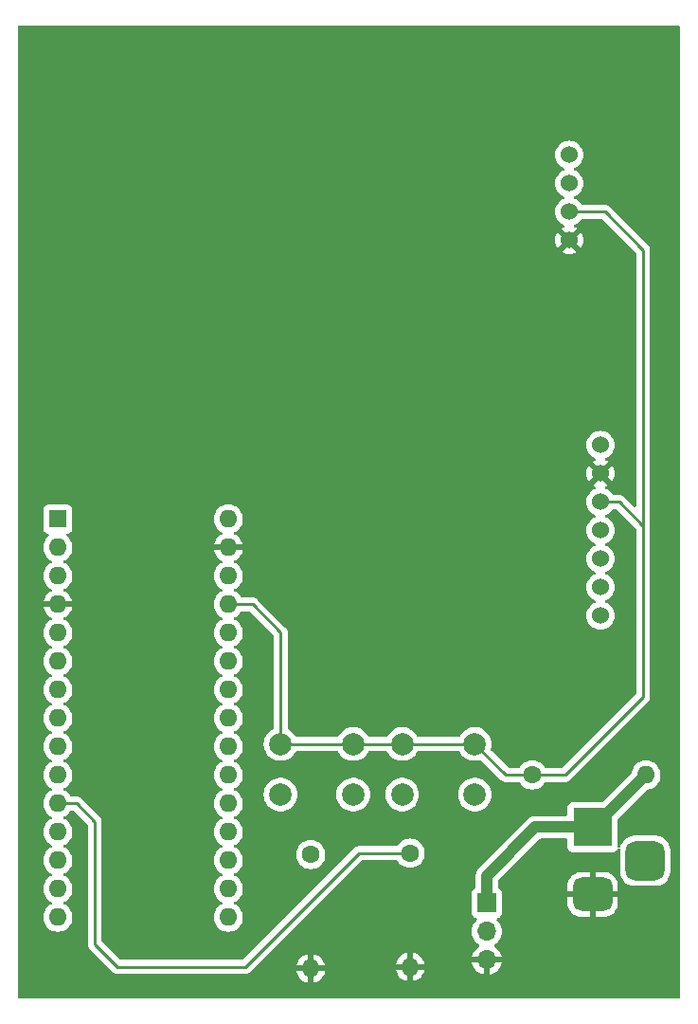
<source format=gtl>
G04 #@! TF.GenerationSoftware,KiCad,Pcbnew,7.0.5*
G04 #@! TF.CreationDate,2023-06-25T17:44:05+02:00*
G04 #@! TF.ProjectId,test,74657374-2e6b-4696-9361-645f70636258,rev?*
G04 #@! TF.SameCoordinates,Original*
G04 #@! TF.FileFunction,Copper,L1,Top*
G04 #@! TF.FilePolarity,Positive*
%FSLAX46Y46*%
G04 Gerber Fmt 4.6, Leading zero omitted, Abs format (unit mm)*
G04 Created by KiCad (PCBNEW 7.0.5) date 2023-06-25 17:44:05*
%MOMM*%
%LPD*%
G01*
G04 APERTURE LIST*
G04 Aperture macros list*
%AMRoundRect*
0 Rectangle with rounded corners*
0 $1 Rounding radius*
0 $2 $3 $4 $5 $6 $7 $8 $9 X,Y pos of 4 corners*
0 Add a 4 corners polygon primitive as box body*
4,1,4,$2,$3,$4,$5,$6,$7,$8,$9,$2,$3,0*
0 Add four circle primitives for the rounded corners*
1,1,$1+$1,$2,$3*
1,1,$1+$1,$4,$5*
1,1,$1+$1,$6,$7*
1,1,$1+$1,$8,$9*
0 Add four rect primitives between the rounded corners*
20,1,$1+$1,$2,$3,$4,$5,0*
20,1,$1+$1,$4,$5,$6,$7,0*
20,1,$1+$1,$6,$7,$8,$9,0*
20,1,$1+$1,$8,$9,$2,$3,0*%
G04 Aperture macros list end*
G04 #@! TA.AperFunction,ComponentPad*
%ADD10C,2.000000*%
G04 #@! TD*
G04 #@! TA.AperFunction,ComponentPad*
%ADD11R,1.600000X1.600000*%
G04 #@! TD*
G04 #@! TA.AperFunction,ComponentPad*
%ADD12O,1.600000X1.600000*%
G04 #@! TD*
G04 #@! TA.AperFunction,ComponentPad*
%ADD13R,1.700000X1.700000*%
G04 #@! TD*
G04 #@! TA.AperFunction,ComponentPad*
%ADD14O,1.700000X1.700000*%
G04 #@! TD*
G04 #@! TA.AperFunction,ComponentPad*
%ADD15R,3.500000X3.500000*%
G04 #@! TD*
G04 #@! TA.AperFunction,ComponentPad*
%ADD16RoundRect,0.750000X1.000000X-0.750000X1.000000X0.750000X-1.000000X0.750000X-1.000000X-0.750000X0*%
G04 #@! TD*
G04 #@! TA.AperFunction,ComponentPad*
%ADD17RoundRect,0.875000X0.875000X-0.875000X0.875000X0.875000X-0.875000X0.875000X-0.875000X-0.875000X0*%
G04 #@! TD*
G04 #@! TA.AperFunction,ComponentPad*
%ADD18C,1.600000*%
G04 #@! TD*
G04 #@! TA.AperFunction,ComponentPad*
%ADD19C,1.524000*%
G04 #@! TD*
G04 #@! TA.AperFunction,Conductor*
%ADD20C,1.000000*%
G04 #@! TD*
G04 #@! TA.AperFunction,Conductor*
%ADD21C,0.250000*%
G04 #@! TD*
G04 APERTURE END LIST*
D10*
X171502000Y-97191000D03*
X178002000Y-97191000D03*
X171502000Y-101691000D03*
X178002000Y-101691000D03*
D11*
X140716000Y-77089000D03*
D12*
X140716000Y-79629000D03*
X140716000Y-82169000D03*
X140716000Y-84709000D03*
X140716000Y-87249000D03*
X140716000Y-89789000D03*
X140716000Y-92329000D03*
X140716000Y-94869000D03*
X140716000Y-97409000D03*
X140716000Y-99949000D03*
X140716000Y-102489000D03*
X140716000Y-105029000D03*
X140716000Y-107569000D03*
X140716000Y-110109000D03*
X140716000Y-112649000D03*
X155956000Y-112649000D03*
X155956000Y-110109000D03*
X155956000Y-107569000D03*
X155956000Y-105029000D03*
X155956000Y-102489000D03*
X155956000Y-99949000D03*
X155956000Y-97409000D03*
X155956000Y-94869000D03*
X155956000Y-92329000D03*
X155956000Y-89789000D03*
X155956000Y-87249000D03*
X155956000Y-84709000D03*
X155956000Y-82169000D03*
X155956000Y-79629000D03*
X155956000Y-77089000D03*
D13*
X179070000Y-111379000D03*
D14*
X179070000Y-113919000D03*
X179070000Y-116459000D03*
D15*
X188526500Y-104617000D03*
D16*
X188526500Y-110617000D03*
D17*
X193226500Y-107617000D03*
D18*
X183134000Y-99949000D03*
D12*
X193294000Y-99949000D03*
X172212000Y-117094000D03*
D18*
X172212000Y-106934000D03*
D19*
X189230000Y-85725000D03*
X189230000Y-83185000D03*
X189230000Y-80645000D03*
X189230000Y-78105000D03*
X189230000Y-75565000D03*
X189230000Y-73025000D03*
X189230000Y-70485000D03*
D10*
X160632000Y-97191000D03*
X167132000Y-97191000D03*
X160632000Y-101691000D03*
X167132000Y-101691000D03*
D19*
X186436000Y-52197000D03*
X186436000Y-49657000D03*
X186436000Y-47117000D03*
X186436000Y-44577000D03*
D12*
X163322000Y-117221000D03*
D18*
X163322000Y-107061000D03*
D20*
X183419000Y-104617000D02*
X188526500Y-104617000D01*
X179070000Y-108966000D02*
X183419000Y-104617000D01*
X179070000Y-111379000D02*
X179070000Y-108966000D01*
D21*
X158115000Y-84709000D02*
X160632000Y-87226000D01*
X160632000Y-87226000D02*
X160632000Y-97191000D01*
X155956000Y-84709000D02*
X158115000Y-84709000D01*
X189611000Y-49657000D02*
X193040000Y-53086000D01*
X193040000Y-53086000D02*
X193040000Y-77724000D01*
X186436000Y-49657000D02*
X189611000Y-49657000D01*
X193040000Y-92964000D02*
X193040000Y-77724000D01*
X193040000Y-77724000D02*
X190881000Y-75565000D01*
X190881000Y-75565000D02*
X189230000Y-75565000D01*
X186055000Y-99949000D02*
X193040000Y-92964000D01*
X183134000Y-99949000D02*
X186055000Y-99949000D01*
X178002000Y-97191000D02*
X160632000Y-97191000D01*
X180760000Y-99949000D02*
X178002000Y-97191000D01*
X183134000Y-99949000D02*
X180760000Y-99949000D01*
D20*
X188626000Y-104617000D02*
X193294000Y-99949000D01*
D21*
X188526500Y-104617000D02*
X188626000Y-104617000D01*
X167640000Y-106934000D02*
X172212000Y-106934000D01*
X157480000Y-117094000D02*
X167640000Y-106934000D01*
X146050000Y-117094000D02*
X157480000Y-117094000D01*
X144018000Y-115062000D02*
X146050000Y-117094000D01*
X144018000Y-104140000D02*
X144018000Y-115062000D01*
X142367000Y-102489000D02*
X144018000Y-104140000D01*
X140716000Y-102489000D02*
X142367000Y-102489000D01*
G04 #@! TA.AperFunction,Conductor*
G36*
X196285039Y-33039685D02*
G01*
X196330794Y-33092489D01*
X196342000Y-33144000D01*
X196342000Y-119764000D01*
X196322315Y-119831039D01*
X196269511Y-119876794D01*
X196218000Y-119888000D01*
X137284000Y-119888000D01*
X137216961Y-119868315D01*
X137171206Y-119815511D01*
X137160000Y-119764000D01*
X137160000Y-112649001D01*
X139410532Y-112649001D01*
X139430364Y-112875686D01*
X139430366Y-112875697D01*
X139489258Y-113095488D01*
X139489261Y-113095497D01*
X139585431Y-113301732D01*
X139585432Y-113301734D01*
X139715954Y-113488141D01*
X139876858Y-113649045D01*
X139876861Y-113649047D01*
X140063266Y-113779568D01*
X140269504Y-113875739D01*
X140489308Y-113934635D01*
X140651230Y-113948801D01*
X140715998Y-113954468D01*
X140716000Y-113954468D01*
X140716002Y-113954468D01*
X140772672Y-113949509D01*
X140942692Y-113934635D01*
X141162496Y-113875739D01*
X141368734Y-113779568D01*
X141555139Y-113649047D01*
X141716047Y-113488139D01*
X141846568Y-113301734D01*
X141942739Y-113095496D01*
X142001635Y-112875692D01*
X142021468Y-112649000D01*
X142001635Y-112422308D01*
X141942739Y-112202504D01*
X141846568Y-111996266D01*
X141716047Y-111809861D01*
X141716045Y-111809858D01*
X141555141Y-111648954D01*
X141368735Y-111518433D01*
X141368736Y-111518433D01*
X141368734Y-111518432D01*
X141310722Y-111491380D01*
X141258284Y-111445208D01*
X141239133Y-111378014D01*
X141259349Y-111311133D01*
X141310721Y-111266619D01*
X141368734Y-111239568D01*
X141555139Y-111109047D01*
X141716047Y-110948139D01*
X141846568Y-110761734D01*
X141942739Y-110555496D01*
X142001635Y-110335692D01*
X142021468Y-110109000D01*
X142001635Y-109882308D01*
X141942739Y-109662504D01*
X141846568Y-109456266D01*
X141716047Y-109269861D01*
X141716045Y-109269858D01*
X141555141Y-109108954D01*
X141368735Y-108978433D01*
X141368736Y-108978433D01*
X141368734Y-108978432D01*
X141310722Y-108951380D01*
X141258284Y-108905208D01*
X141239133Y-108838014D01*
X141259349Y-108771133D01*
X141310721Y-108726619D01*
X141368734Y-108699568D01*
X141555139Y-108569047D01*
X141716047Y-108408139D01*
X141846568Y-108221734D01*
X141942739Y-108015496D01*
X142001635Y-107795692D01*
X142019122Y-107595819D01*
X142021468Y-107569001D01*
X142021468Y-107568998D01*
X142001635Y-107342313D01*
X142001635Y-107342308D01*
X141942739Y-107122504D01*
X141846568Y-106916266D01*
X141716047Y-106729861D01*
X141716045Y-106729858D01*
X141555141Y-106568954D01*
X141368734Y-106438432D01*
X141368728Y-106438429D01*
X141318212Y-106414873D01*
X141310724Y-106411381D01*
X141258285Y-106365210D01*
X141239133Y-106298017D01*
X141259348Y-106231135D01*
X141310725Y-106186618D01*
X141368734Y-106159568D01*
X141555139Y-106029047D01*
X141716047Y-105868139D01*
X141846568Y-105681734D01*
X141942739Y-105475496D01*
X142001635Y-105255692D01*
X142021468Y-105029000D01*
X142001635Y-104802308D01*
X141942739Y-104582504D01*
X141846568Y-104376266D01*
X141716047Y-104189861D01*
X141716045Y-104189858D01*
X141555141Y-104028954D01*
X141368734Y-103898432D01*
X141368728Y-103898429D01*
X141338136Y-103884164D01*
X141310724Y-103871381D01*
X141258285Y-103825210D01*
X141239133Y-103758017D01*
X141259348Y-103691135D01*
X141310725Y-103646618D01*
X141368734Y-103619568D01*
X141555139Y-103489047D01*
X141716047Y-103328139D01*
X141828612Y-103167377D01*
X141883189Y-103123752D01*
X141930188Y-103114500D01*
X142056548Y-103114500D01*
X142123587Y-103134185D01*
X142144229Y-103150819D01*
X143356181Y-104362771D01*
X143389666Y-104424094D01*
X143392500Y-104450452D01*
X143392500Y-114979255D01*
X143390775Y-114994872D01*
X143391061Y-114994899D01*
X143390326Y-115002666D01*
X143392469Y-115070846D01*
X143392500Y-115072793D01*
X143392500Y-115101343D01*
X143392501Y-115101360D01*
X143393368Y-115108231D01*
X143393826Y-115114050D01*
X143395290Y-115160624D01*
X143395291Y-115160627D01*
X143400880Y-115179867D01*
X143404824Y-115198911D01*
X143407336Y-115218792D01*
X143424490Y-115262119D01*
X143426382Y-115267647D01*
X143439381Y-115312388D01*
X143449580Y-115329634D01*
X143458138Y-115347103D01*
X143465514Y-115365732D01*
X143492898Y-115403423D01*
X143496106Y-115408307D01*
X143519827Y-115448416D01*
X143519833Y-115448424D01*
X143533990Y-115462580D01*
X143546628Y-115477376D01*
X143558405Y-115493586D01*
X143558406Y-115493587D01*
X143594309Y-115523288D01*
X143598620Y-115527210D01*
X145165409Y-117094000D01*
X145549197Y-117477788D01*
X145559022Y-117490051D01*
X145559243Y-117489869D01*
X145564211Y-117495874D01*
X145613932Y-117542566D01*
X145615332Y-117543923D01*
X145635523Y-117564115D01*
X145635527Y-117564118D01*
X145635529Y-117564120D01*
X145641011Y-117568373D01*
X145645443Y-117572157D01*
X145679418Y-117604062D01*
X145696976Y-117613714D01*
X145713233Y-117624393D01*
X145729064Y-117636673D01*
X145748737Y-117645186D01*
X145771833Y-117655182D01*
X145777077Y-117657750D01*
X145817908Y-117680197D01*
X145830523Y-117683435D01*
X145837305Y-117685177D01*
X145855719Y-117691481D01*
X145874104Y-117699438D01*
X145920157Y-117706732D01*
X145925826Y-117707906D01*
X145970981Y-117719500D01*
X145991016Y-117719500D01*
X146010413Y-117721026D01*
X146030196Y-117724160D01*
X146076583Y-117719775D01*
X146082422Y-117719500D01*
X157397257Y-117719500D01*
X157412877Y-117721224D01*
X157412904Y-117720939D01*
X157420666Y-117721673D01*
X157420666Y-117721672D01*
X157420667Y-117721673D01*
X157423999Y-117721568D01*
X157488847Y-117719531D01*
X157490794Y-117719500D01*
X157519347Y-117719500D01*
X157519350Y-117719500D01*
X157526228Y-117718630D01*
X157532041Y-117718172D01*
X157578627Y-117716709D01*
X157597869Y-117711117D01*
X157616912Y-117707174D01*
X157636792Y-117704664D01*
X157680122Y-117687507D01*
X157685646Y-117685617D01*
X157689396Y-117684527D01*
X157730390Y-117672618D01*
X157747629Y-117662422D01*
X157765103Y-117653862D01*
X157783727Y-117646488D01*
X157783727Y-117646487D01*
X157783732Y-117646486D01*
X157821449Y-117619082D01*
X157826305Y-117615892D01*
X157866420Y-117592170D01*
X157880589Y-117577999D01*
X157895379Y-117565368D01*
X157911587Y-117553594D01*
X157941299Y-117517676D01*
X157945212Y-117513376D01*
X158487589Y-116970999D01*
X162043127Y-116970999D01*
X162043128Y-116971000D01*
X163006314Y-116971000D01*
X162994359Y-116982955D01*
X162936835Y-117095852D01*
X162917014Y-117221000D01*
X162936835Y-117346148D01*
X162994359Y-117459045D01*
X163006314Y-117471000D01*
X162043128Y-117471000D01*
X162095730Y-117667317D01*
X162095734Y-117667326D01*
X162191865Y-117873482D01*
X162322342Y-118059820D01*
X162483179Y-118220657D01*
X162669517Y-118351134D01*
X162875673Y-118447265D01*
X162875682Y-118447269D01*
X163071999Y-118499872D01*
X163072000Y-118499871D01*
X163072000Y-117536686D01*
X163083955Y-117548641D01*
X163196852Y-117606165D01*
X163290519Y-117621000D01*
X163353481Y-117621000D01*
X163447148Y-117606165D01*
X163560045Y-117548641D01*
X163572000Y-117536686D01*
X163572000Y-118499872D01*
X163768317Y-118447269D01*
X163768326Y-118447265D01*
X163974482Y-118351134D01*
X164160820Y-118220657D01*
X164321657Y-118059820D01*
X164452134Y-117873482D01*
X164548265Y-117667326D01*
X164548269Y-117667317D01*
X164600872Y-117471000D01*
X163637686Y-117471000D01*
X163649641Y-117459045D01*
X163707165Y-117346148D01*
X163726986Y-117221000D01*
X163707165Y-117095852D01*
X163649641Y-116982955D01*
X163637686Y-116971000D01*
X164600872Y-116971000D01*
X164600872Y-116970999D01*
X164566842Y-116843999D01*
X170933127Y-116843999D01*
X170933128Y-116844000D01*
X171896314Y-116844000D01*
X171884359Y-116855955D01*
X171826835Y-116968852D01*
X171807014Y-117094000D01*
X171826835Y-117219148D01*
X171884359Y-117332045D01*
X171896314Y-117344000D01*
X170933128Y-117344000D01*
X170985730Y-117540317D01*
X170985734Y-117540326D01*
X171081865Y-117746482D01*
X171212342Y-117932820D01*
X171373179Y-118093657D01*
X171559517Y-118224134D01*
X171765673Y-118320265D01*
X171765682Y-118320269D01*
X171961999Y-118372872D01*
X171962000Y-118372871D01*
X171962000Y-117409686D01*
X171973955Y-117421641D01*
X172086852Y-117479165D01*
X172180519Y-117494000D01*
X172243481Y-117494000D01*
X172337148Y-117479165D01*
X172450045Y-117421641D01*
X172462000Y-117409686D01*
X172462000Y-118372872D01*
X172658317Y-118320269D01*
X172658326Y-118320265D01*
X172864482Y-118224134D01*
X173050820Y-118093657D01*
X173211657Y-117932820D01*
X173342134Y-117746482D01*
X173438265Y-117540326D01*
X173438269Y-117540317D01*
X173490872Y-117344000D01*
X172527686Y-117344000D01*
X172539641Y-117332045D01*
X172597165Y-117219148D01*
X172616986Y-117094000D01*
X172597165Y-116968852D01*
X172539641Y-116855955D01*
X172527686Y-116844000D01*
X173490872Y-116844000D01*
X173490872Y-116843999D01*
X173438269Y-116647682D01*
X173438265Y-116647673D01*
X173342134Y-116441517D01*
X173211657Y-116255179D01*
X173050820Y-116094342D01*
X172864482Y-115963865D01*
X172658328Y-115867734D01*
X172462000Y-115815127D01*
X172462000Y-116778313D01*
X172450045Y-116766359D01*
X172337148Y-116708835D01*
X172243481Y-116694000D01*
X172180519Y-116694000D01*
X172086852Y-116708835D01*
X171973955Y-116766359D01*
X171962000Y-116778314D01*
X171962000Y-115815127D01*
X171765671Y-115867734D01*
X171559517Y-115963865D01*
X171373179Y-116094342D01*
X171212342Y-116255179D01*
X171081865Y-116441517D01*
X170985734Y-116647673D01*
X170985730Y-116647682D01*
X170933127Y-116843999D01*
X164566842Y-116843999D01*
X164548269Y-116774682D01*
X164548265Y-116774673D01*
X164452134Y-116568517D01*
X164321657Y-116382179D01*
X164160820Y-116221342D01*
X163974482Y-116090865D01*
X163768328Y-115994734D01*
X163572000Y-115942127D01*
X163572000Y-116905314D01*
X163560045Y-116893359D01*
X163447148Y-116835835D01*
X163353481Y-116821000D01*
X163290519Y-116821000D01*
X163196852Y-116835835D01*
X163083955Y-116893359D01*
X163072000Y-116905314D01*
X163072000Y-115942127D01*
X162875671Y-115994734D01*
X162669517Y-116090865D01*
X162483179Y-116221342D01*
X162322342Y-116382179D01*
X162191865Y-116568517D01*
X162095734Y-116774673D01*
X162095730Y-116774682D01*
X162043127Y-116970999D01*
X158487589Y-116970999D01*
X161539588Y-113919000D01*
X177714341Y-113919000D01*
X177734936Y-114154403D01*
X177734938Y-114154413D01*
X177796094Y-114382655D01*
X177796096Y-114382659D01*
X177796097Y-114382663D01*
X177895965Y-114596830D01*
X177895967Y-114596834D01*
X178004281Y-114751521D01*
X178031505Y-114790401D01*
X178198599Y-114957495D01*
X178363261Y-115072793D01*
X178384594Y-115087730D01*
X178428219Y-115142307D01*
X178435413Y-115211805D01*
X178403890Y-115274160D01*
X178384595Y-115290880D01*
X178198922Y-115420890D01*
X178198920Y-115420891D01*
X178031891Y-115587920D01*
X178031886Y-115587926D01*
X177896400Y-115781420D01*
X177896399Y-115781422D01*
X177796570Y-115995507D01*
X177796567Y-115995513D01*
X177739364Y-116208999D01*
X177739364Y-116209000D01*
X178636314Y-116209000D01*
X178610507Y-116249156D01*
X178570000Y-116387111D01*
X178570000Y-116530889D01*
X178610507Y-116668844D01*
X178636314Y-116709000D01*
X177739364Y-116709000D01*
X177796567Y-116922486D01*
X177796570Y-116922492D01*
X177896399Y-117136578D01*
X178031894Y-117330082D01*
X178198917Y-117497105D01*
X178392421Y-117632600D01*
X178606507Y-117732429D01*
X178606516Y-117732433D01*
X178820000Y-117789634D01*
X178820000Y-116894501D01*
X178927685Y-116943680D01*
X179034237Y-116959000D01*
X179105763Y-116959000D01*
X179212315Y-116943680D01*
X179320000Y-116894501D01*
X179320000Y-117789633D01*
X179533483Y-117732433D01*
X179533492Y-117732429D01*
X179747578Y-117632600D01*
X179941082Y-117497105D01*
X180108105Y-117330082D01*
X180243600Y-117136578D01*
X180343429Y-116922492D01*
X180343432Y-116922486D01*
X180400636Y-116709000D01*
X179503686Y-116709000D01*
X179529493Y-116668844D01*
X179570000Y-116530889D01*
X179570000Y-116387111D01*
X179529493Y-116249156D01*
X179503686Y-116209000D01*
X180400636Y-116209000D01*
X180400635Y-116208999D01*
X180343432Y-115995513D01*
X180343429Y-115995507D01*
X180243600Y-115781422D01*
X180243599Y-115781420D01*
X180108113Y-115587926D01*
X180108108Y-115587920D01*
X179941078Y-115420890D01*
X179755405Y-115290879D01*
X179711780Y-115236302D01*
X179704588Y-115166804D01*
X179736110Y-115104449D01*
X179755406Y-115087730D01*
X179941401Y-114957495D01*
X180108495Y-114790401D01*
X180244035Y-114596830D01*
X180343903Y-114382663D01*
X180405063Y-114154408D01*
X180425659Y-113919000D01*
X180405063Y-113683592D01*
X180343903Y-113455337D01*
X180244035Y-113241171D01*
X180142033Y-113095497D01*
X180108496Y-113047600D01*
X180108496Y-113047599D01*
X179986567Y-112925671D01*
X179953084Y-112864351D01*
X179958068Y-112794659D01*
X179999939Y-112738725D01*
X180030915Y-112721810D01*
X180162331Y-112672796D01*
X180277546Y-112586546D01*
X180363796Y-112471331D01*
X180414091Y-112336483D01*
X180420500Y-112276873D01*
X180420499Y-110481128D01*
X180414091Y-110421517D01*
X180393757Y-110367000D01*
X186276500Y-110367000D01*
X187092814Y-110367000D01*
X187067007Y-110407156D01*
X187026500Y-110545111D01*
X187026500Y-110688889D01*
X187067007Y-110826844D01*
X187092814Y-110867000D01*
X186276501Y-110867000D01*
X186276501Y-111431197D01*
X186286900Y-111563332D01*
X186341877Y-111781519D01*
X186434928Y-111986374D01*
X186434931Y-111986380D01*
X186563059Y-112171323D01*
X186563069Y-112171335D01*
X186722164Y-112330430D01*
X186722176Y-112330440D01*
X186907119Y-112458568D01*
X186907125Y-112458571D01*
X187111980Y-112551622D01*
X187330167Y-112606599D01*
X187462310Y-112616999D01*
X188276499Y-112616999D01*
X188276500Y-112616998D01*
X188276500Y-111117000D01*
X188776500Y-111117000D01*
X188776500Y-112616999D01*
X189590682Y-112616999D01*
X189590697Y-112616998D01*
X189722832Y-112606599D01*
X189941019Y-112551622D01*
X190145874Y-112458571D01*
X190145880Y-112458568D01*
X190330823Y-112330440D01*
X190330835Y-112330430D01*
X190489930Y-112171335D01*
X190489940Y-112171323D01*
X190618068Y-111986380D01*
X190618071Y-111986374D01*
X190711122Y-111781519D01*
X190766099Y-111563332D01*
X190776499Y-111431196D01*
X190776500Y-111431184D01*
X190776500Y-110867000D01*
X189960186Y-110867000D01*
X189985993Y-110826844D01*
X190026500Y-110688889D01*
X190026500Y-110545111D01*
X189985993Y-110407156D01*
X189960186Y-110367000D01*
X190776499Y-110367000D01*
X190776499Y-109802817D01*
X190776498Y-109802802D01*
X190766099Y-109670667D01*
X190711122Y-109452480D01*
X190618071Y-109247625D01*
X190618068Y-109247619D01*
X190489940Y-109062676D01*
X190489930Y-109062664D01*
X190330835Y-108903569D01*
X190330823Y-108903559D01*
X190145880Y-108775431D01*
X190145874Y-108775428D01*
X189941019Y-108682377D01*
X189722832Y-108627400D01*
X189590696Y-108617000D01*
X188776500Y-108617000D01*
X188776500Y-110117000D01*
X188276500Y-110117000D01*
X188276500Y-108617000D01*
X187462317Y-108617000D01*
X187462302Y-108617001D01*
X187330167Y-108627400D01*
X187111980Y-108682377D01*
X186907125Y-108775428D01*
X186907119Y-108775431D01*
X186722176Y-108903559D01*
X186722164Y-108903569D01*
X186563069Y-109062664D01*
X186563059Y-109062676D01*
X186434931Y-109247619D01*
X186434928Y-109247625D01*
X186341877Y-109452480D01*
X186286900Y-109670667D01*
X186276500Y-109802803D01*
X186276500Y-110367000D01*
X180393757Y-110367000D01*
X180363797Y-110286671D01*
X180363793Y-110286664D01*
X180277547Y-110171455D01*
X180277544Y-110171452D01*
X180162335Y-110085206D01*
X180162332Y-110085205D01*
X180162331Y-110085204D01*
X180151161Y-110081038D01*
X180095231Y-110039166D01*
X180070816Y-109973701D01*
X180070500Y-109964858D01*
X180070500Y-109431782D01*
X180090185Y-109364743D01*
X180106819Y-109344101D01*
X183797102Y-105653819D01*
X183858425Y-105620334D01*
X183884783Y-105617500D01*
X186152001Y-105617500D01*
X186219040Y-105637185D01*
X186264795Y-105689989D01*
X186276001Y-105741500D01*
X186276001Y-106414876D01*
X186282408Y-106474483D01*
X186332702Y-106609328D01*
X186332706Y-106609335D01*
X186418952Y-106724544D01*
X186418955Y-106724547D01*
X186534164Y-106810793D01*
X186534171Y-106810797D01*
X186669017Y-106861091D01*
X186669016Y-106861091D01*
X186675944Y-106861835D01*
X186728627Y-106867500D01*
X190324372Y-106867499D01*
X190383983Y-106861091D01*
X190518831Y-106810796D01*
X190634046Y-106724546D01*
X190720296Y-106609331D01*
X190737926Y-106562060D01*
X190779796Y-106506128D01*
X190845259Y-106481710D01*
X190913533Y-106496561D01*
X190962939Y-106545965D01*
X190977933Y-106611971D01*
X190976001Y-106648342D01*
X190976000Y-106648386D01*
X190976000Y-108585613D01*
X190976001Y-108585652D01*
X190978795Y-108638243D01*
X190978795Y-108638244D01*
X191007871Y-108788582D01*
X191023255Y-108868126D01*
X191064882Y-108978430D01*
X191105925Y-109087189D01*
X191224429Y-109289131D01*
X191224434Y-109289138D01*
X191375356Y-109468141D01*
X191375358Y-109468143D01*
X191554361Y-109619065D01*
X191554368Y-109619070D01*
X191756310Y-109737574D01*
X191975374Y-109820245D01*
X192205259Y-109864705D01*
X192257878Y-109867500D01*
X192257886Y-109867500D01*
X194195114Y-109867500D01*
X194195122Y-109867500D01*
X194247741Y-109864705D01*
X194477626Y-109820245D01*
X194696690Y-109737574D01*
X194898632Y-109619070D01*
X195077642Y-109468142D01*
X195228570Y-109289132D01*
X195347074Y-109087190D01*
X195429745Y-108868126D01*
X195474205Y-108638241D01*
X195477000Y-108585622D01*
X195477000Y-106648378D01*
X195474205Y-106595759D01*
X195429745Y-106365874D01*
X195347074Y-106146810D01*
X195228570Y-105944868D01*
X195228565Y-105944861D01*
X195077643Y-105765858D01*
X195077641Y-105765856D01*
X194898638Y-105614934D01*
X194898631Y-105614929D01*
X194696689Y-105496425D01*
X194606332Y-105462326D01*
X194477626Y-105413755D01*
X194477621Y-105413754D01*
X194247743Y-105369295D01*
X194195152Y-105366501D01*
X194195129Y-105366500D01*
X194195122Y-105366500D01*
X192257878Y-105366500D01*
X192257870Y-105366500D01*
X192257847Y-105366501D01*
X192205256Y-105369295D01*
X192205255Y-105369295D01*
X191975378Y-105413754D01*
X191975376Y-105413754D01*
X191975374Y-105413755D01*
X191901433Y-105441658D01*
X191756310Y-105496425D01*
X191554368Y-105614929D01*
X191554361Y-105614934D01*
X191375358Y-105765856D01*
X191375356Y-105765858D01*
X191224434Y-105944861D01*
X191224429Y-105944868D01*
X191105925Y-106146810D01*
X191043854Y-106311290D01*
X191023367Y-106365579D01*
X191023253Y-106365880D01*
X191022740Y-106368532D01*
X191022212Y-106369552D01*
X191021817Y-106370950D01*
X191021532Y-106370869D01*
X190990675Y-106430609D01*
X190930139Y-106465497D01*
X190860351Y-106462117D01*
X190803468Y-106421544D01*
X190777551Y-106356659D01*
X190776999Y-106344989D01*
X190776999Y-103932281D01*
X190796684Y-103865243D01*
X190813313Y-103844606D01*
X193382034Y-101275885D01*
X193443355Y-101242402D01*
X193458900Y-101240041D01*
X193520692Y-101234635D01*
X193740496Y-101175739D01*
X193946734Y-101079568D01*
X194133139Y-100949047D01*
X194294047Y-100788139D01*
X194424568Y-100601734D01*
X194520739Y-100395496D01*
X194579635Y-100175692D01*
X194599468Y-99949000D01*
X194579635Y-99722308D01*
X194520739Y-99502504D01*
X194424568Y-99296266D01*
X194294047Y-99109861D01*
X194294045Y-99109858D01*
X194133141Y-98948954D01*
X193946734Y-98818432D01*
X193946732Y-98818431D01*
X193740497Y-98722261D01*
X193740488Y-98722258D01*
X193520697Y-98663366D01*
X193520693Y-98663365D01*
X193520692Y-98663365D01*
X193520691Y-98663364D01*
X193520686Y-98663364D01*
X193294002Y-98643532D01*
X193293998Y-98643532D01*
X193067313Y-98663364D01*
X193067302Y-98663366D01*
X192847511Y-98722258D01*
X192847502Y-98722261D01*
X192641267Y-98818431D01*
X192641265Y-98818432D01*
X192454858Y-98948954D01*
X192293954Y-99109858D01*
X192163432Y-99296265D01*
X192163431Y-99296267D01*
X192067261Y-99502502D01*
X192067258Y-99502511D01*
X192008366Y-99722302D01*
X192008364Y-99722311D01*
X192002959Y-99784094D01*
X191977506Y-99849162D01*
X191967112Y-99860966D01*
X189497897Y-102330181D01*
X189436574Y-102363666D01*
X189410216Y-102366500D01*
X186728629Y-102366500D01*
X186728623Y-102366501D01*
X186669016Y-102372908D01*
X186534171Y-102423202D01*
X186534164Y-102423206D01*
X186418955Y-102509452D01*
X186418952Y-102509455D01*
X186332706Y-102624664D01*
X186332702Y-102624671D01*
X186282408Y-102759517D01*
X186276001Y-102819116D01*
X186276000Y-102819135D01*
X186276000Y-103492500D01*
X186256315Y-103559539D01*
X186203511Y-103605294D01*
X186152000Y-103616500D01*
X183432493Y-103616500D01*
X183430930Y-103616480D01*
X183342637Y-103614243D01*
X183342628Y-103614243D01*
X183289636Y-103623741D01*
X183282254Y-103625064D01*
X183277595Y-103625718D01*
X183216564Y-103631925D01*
X183216562Y-103631926D01*
X183183780Y-103642210D01*
X183176156Y-103644081D01*
X183168308Y-103645488D01*
X183142349Y-103650141D01*
X183142341Y-103650143D01*
X183085382Y-103672895D01*
X183080946Y-103674474D01*
X183027849Y-103691135D01*
X183022412Y-103692841D01*
X183022410Y-103692842D01*
X183022403Y-103692845D01*
X182992384Y-103709507D01*
X182985290Y-103712876D01*
X182953390Y-103725619D01*
X182953388Y-103725619D01*
X182953383Y-103725622D01*
X182953376Y-103725626D01*
X182953377Y-103725626D01*
X182902154Y-103759383D01*
X182898126Y-103761824D01*
X182844502Y-103791588D01*
X182844499Y-103791590D01*
X182818427Y-103813970D01*
X182812160Y-103818695D01*
X182783482Y-103837598D01*
X182783475Y-103837603D01*
X182740116Y-103880962D01*
X182736661Y-103884164D01*
X182690106Y-103924132D01*
X182690105Y-103924133D01*
X182669076Y-103951300D01*
X182663884Y-103957194D01*
X178372091Y-108248987D01*
X178370967Y-108250083D01*
X178306946Y-108310942D01*
X178271899Y-108361294D01*
X178269062Y-108365056D01*
X178230302Y-108412592D01*
X178230299Y-108412597D01*
X178214392Y-108443047D01*
X178210324Y-108449761D01*
X178190702Y-108477954D01*
X178166509Y-108534330D01*
X178164488Y-108538584D01*
X178136091Y-108592951D01*
X178136090Y-108592952D01*
X178126640Y-108625975D01*
X178124007Y-108633371D01*
X178110459Y-108664943D01*
X178098113Y-108725019D01*
X178096990Y-108729595D01*
X178080113Y-108788577D01*
X178080113Y-108788579D01*
X178077503Y-108822841D01*
X178076414Y-108830608D01*
X178070980Y-108857052D01*
X178069500Y-108864258D01*
X178069500Y-108925597D01*
X178069321Y-108930306D01*
X178064662Y-108991474D01*
X178066707Y-109007527D01*
X178069003Y-109025560D01*
X178069500Y-109033388D01*
X178069500Y-109964858D01*
X178049815Y-110031897D01*
X177997011Y-110077652D01*
X177988847Y-110081034D01*
X177977669Y-110085204D01*
X177977664Y-110085206D01*
X177862455Y-110171452D01*
X177862452Y-110171455D01*
X177776206Y-110286664D01*
X177776202Y-110286671D01*
X177725908Y-110421517D01*
X177719501Y-110481116D01*
X177719501Y-110481123D01*
X177719500Y-110481135D01*
X177719500Y-112276870D01*
X177719501Y-112276876D01*
X177725908Y-112336483D01*
X177776202Y-112471328D01*
X177776206Y-112471335D01*
X177862452Y-112586544D01*
X177862455Y-112586547D01*
X177977664Y-112672793D01*
X177977671Y-112672797D01*
X178109081Y-112721810D01*
X178165015Y-112763681D01*
X178189432Y-112829145D01*
X178174580Y-112897418D01*
X178153430Y-112925673D01*
X178031503Y-113047600D01*
X177895965Y-113241169D01*
X177895964Y-113241171D01*
X177796098Y-113455335D01*
X177796094Y-113455344D01*
X177734938Y-113683586D01*
X177734936Y-113683596D01*
X177714341Y-113918999D01*
X177714341Y-113919000D01*
X161539588Y-113919000D01*
X167862770Y-107595819D01*
X167924094Y-107562334D01*
X167950452Y-107559500D01*
X170997812Y-107559500D01*
X171064851Y-107579185D01*
X171099387Y-107612377D01*
X171211954Y-107773141D01*
X171372858Y-107934045D01*
X171372861Y-107934047D01*
X171559266Y-108064568D01*
X171765504Y-108160739D01*
X171985308Y-108219635D01*
X172147230Y-108233801D01*
X172211998Y-108239468D01*
X172212000Y-108239468D01*
X172212002Y-108239468D01*
X172268673Y-108234509D01*
X172438692Y-108219635D01*
X172658496Y-108160739D01*
X172864734Y-108064568D01*
X173051139Y-107934047D01*
X173212047Y-107773139D01*
X173342568Y-107586734D01*
X173438739Y-107380496D01*
X173497635Y-107160692D01*
X173517468Y-106934000D01*
X173515916Y-106916266D01*
X173511089Y-106861091D01*
X173497635Y-106707308D01*
X173438739Y-106487504D01*
X173342568Y-106281266D01*
X173212047Y-106094861D01*
X173212045Y-106094858D01*
X173051141Y-105933954D01*
X172864734Y-105803432D01*
X172864732Y-105803431D01*
X172658497Y-105707261D01*
X172658488Y-105707258D01*
X172438697Y-105648366D01*
X172438693Y-105648365D01*
X172438692Y-105648365D01*
X172438691Y-105648364D01*
X172438686Y-105648364D01*
X172212002Y-105628532D01*
X172211998Y-105628532D01*
X171985313Y-105648364D01*
X171985302Y-105648366D01*
X171765511Y-105707258D01*
X171765502Y-105707261D01*
X171559267Y-105803431D01*
X171559265Y-105803432D01*
X171372858Y-105933954D01*
X171211954Y-106094858D01*
X171099387Y-106255623D01*
X171044811Y-106299248D01*
X170997812Y-106308500D01*
X167722743Y-106308500D01*
X167707122Y-106306775D01*
X167707096Y-106307061D01*
X167699333Y-106306326D01*
X167631153Y-106308469D01*
X167629206Y-106308500D01*
X167600649Y-106308500D01*
X167593766Y-106309369D01*
X167587949Y-106309826D01*
X167541373Y-106311290D01*
X167522129Y-106316881D01*
X167503079Y-106320825D01*
X167483211Y-106323334D01*
X167439884Y-106340488D01*
X167434358Y-106342379D01*
X167389614Y-106355379D01*
X167389610Y-106355381D01*
X167372366Y-106365579D01*
X167354905Y-106374133D01*
X167336274Y-106381510D01*
X167336262Y-106381517D01*
X167298570Y-106408902D01*
X167293687Y-106412109D01*
X167253580Y-106435829D01*
X167239414Y-106449995D01*
X167224624Y-106462627D01*
X167208414Y-106474404D01*
X167208411Y-106474407D01*
X167178710Y-106510309D01*
X167174777Y-106514631D01*
X157257228Y-116432181D01*
X157195905Y-116465666D01*
X157169547Y-116468500D01*
X146360452Y-116468500D01*
X146293413Y-116448815D01*
X146272771Y-116432181D01*
X144679819Y-114839228D01*
X144646334Y-114777905D01*
X144643500Y-114751547D01*
X144643500Y-112649001D01*
X154650532Y-112649001D01*
X154670364Y-112875686D01*
X154670366Y-112875697D01*
X154729258Y-113095488D01*
X154729261Y-113095497D01*
X154825431Y-113301732D01*
X154825432Y-113301734D01*
X154955954Y-113488141D01*
X155116858Y-113649045D01*
X155116861Y-113649047D01*
X155303266Y-113779568D01*
X155509504Y-113875739D01*
X155729308Y-113934635D01*
X155891230Y-113948801D01*
X155955998Y-113954468D01*
X155956000Y-113954468D01*
X155956002Y-113954468D01*
X156012673Y-113949509D01*
X156182692Y-113934635D01*
X156402496Y-113875739D01*
X156608734Y-113779568D01*
X156795139Y-113649047D01*
X156956047Y-113488139D01*
X157086568Y-113301734D01*
X157182739Y-113095496D01*
X157241635Y-112875692D01*
X157261468Y-112649000D01*
X157241635Y-112422308D01*
X157182739Y-112202504D01*
X157086568Y-111996266D01*
X156956047Y-111809861D01*
X156956045Y-111809858D01*
X156795141Y-111648954D01*
X156608735Y-111518433D01*
X156608736Y-111518433D01*
X156608734Y-111518432D01*
X156550722Y-111491380D01*
X156498284Y-111445208D01*
X156479133Y-111378014D01*
X156499349Y-111311133D01*
X156550721Y-111266619D01*
X156608734Y-111239568D01*
X156795139Y-111109047D01*
X156956047Y-110948139D01*
X157086568Y-110761734D01*
X157182739Y-110555496D01*
X157241635Y-110335692D01*
X157261468Y-110109000D01*
X157241635Y-109882308D01*
X157182739Y-109662504D01*
X157086568Y-109456266D01*
X156956047Y-109269861D01*
X156956045Y-109269858D01*
X156795141Y-109108954D01*
X156608735Y-108978433D01*
X156608736Y-108978433D01*
X156608734Y-108978432D01*
X156550722Y-108951380D01*
X156498284Y-108905208D01*
X156479133Y-108838014D01*
X156499349Y-108771133D01*
X156550721Y-108726619D01*
X156608734Y-108699568D01*
X156795139Y-108569047D01*
X156956047Y-108408139D01*
X157086568Y-108221734D01*
X157182739Y-108015496D01*
X157241635Y-107795692D01*
X157259122Y-107595819D01*
X157261468Y-107569001D01*
X157261468Y-107568998D01*
X157241635Y-107342313D01*
X157241635Y-107342308D01*
X157182739Y-107122504D01*
X157154059Y-107061001D01*
X162016532Y-107061001D01*
X162036364Y-107287686D01*
X162036366Y-107287697D01*
X162095258Y-107507488D01*
X162095261Y-107507497D01*
X162191431Y-107713732D01*
X162191432Y-107713734D01*
X162321954Y-107900141D01*
X162482858Y-108061045D01*
X162529693Y-108093839D01*
X162669266Y-108191568D01*
X162875504Y-108287739D01*
X163095308Y-108346635D01*
X163257230Y-108360801D01*
X163321998Y-108366468D01*
X163322000Y-108366468D01*
X163322002Y-108366468D01*
X163381139Y-108361294D01*
X163548692Y-108346635D01*
X163768496Y-108287739D01*
X163974734Y-108191568D01*
X164161139Y-108061047D01*
X164322047Y-107900139D01*
X164452568Y-107713734D01*
X164548739Y-107507496D01*
X164607635Y-107287692D01*
X164627468Y-107061000D01*
X164607635Y-106834308D01*
X164557818Y-106648386D01*
X164548741Y-106614511D01*
X164548738Y-106614502D01*
X164539996Y-106595755D01*
X164452568Y-106408266D01*
X164322047Y-106221861D01*
X164322045Y-106221858D01*
X164161141Y-106060954D01*
X163974734Y-105930432D01*
X163974732Y-105930431D01*
X163768497Y-105834261D01*
X163768488Y-105834258D01*
X163548697Y-105775366D01*
X163548693Y-105775365D01*
X163548692Y-105775365D01*
X163548691Y-105775364D01*
X163548686Y-105775364D01*
X163322002Y-105755532D01*
X163321998Y-105755532D01*
X163095313Y-105775364D01*
X163095302Y-105775366D01*
X162875511Y-105834258D01*
X162875502Y-105834261D01*
X162669267Y-105930431D01*
X162669265Y-105930432D01*
X162482858Y-106060954D01*
X162321954Y-106221858D01*
X162191432Y-106408265D01*
X162191431Y-106408267D01*
X162095261Y-106614502D01*
X162095258Y-106614511D01*
X162036366Y-106834302D01*
X162036364Y-106834313D01*
X162016532Y-107060998D01*
X162016532Y-107061001D01*
X157154059Y-107061001D01*
X157086568Y-106916266D01*
X156956047Y-106729861D01*
X156956045Y-106729858D01*
X156795141Y-106568954D01*
X156670542Y-106481710D01*
X156608734Y-106438432D01*
X156550722Y-106411380D01*
X156498284Y-106365208D01*
X156479133Y-106298014D01*
X156499349Y-106231133D01*
X156550721Y-106186619D01*
X156608734Y-106159568D01*
X156795139Y-106029047D01*
X156956047Y-105868139D01*
X157086568Y-105681734D01*
X157182739Y-105475496D01*
X157241635Y-105255692D01*
X157261468Y-105029000D01*
X157241635Y-104802308D01*
X157182739Y-104582504D01*
X157086568Y-104376266D01*
X156956047Y-104189861D01*
X156956045Y-104189858D01*
X156795141Y-104028954D01*
X156608734Y-103898432D01*
X156608728Y-103898429D01*
X156578136Y-103884164D01*
X156550724Y-103871381D01*
X156498285Y-103825210D01*
X156479133Y-103758017D01*
X156499348Y-103691135D01*
X156550725Y-103646618D01*
X156608734Y-103619568D01*
X156795139Y-103489047D01*
X156956047Y-103328139D01*
X157086568Y-103141734D01*
X157182739Y-102935496D01*
X157241635Y-102715692D01*
X157261468Y-102489000D01*
X157241635Y-102262308D01*
X157182739Y-102042504D01*
X157086568Y-101836266D01*
X156984856Y-101691005D01*
X159126357Y-101691005D01*
X159146890Y-101938812D01*
X159146892Y-101938824D01*
X159207936Y-102179881D01*
X159307826Y-102407606D01*
X159443833Y-102615782D01*
X159443836Y-102615785D01*
X159612256Y-102798738D01*
X159808491Y-102951474D01*
X160027190Y-103069828D01*
X160262386Y-103150571D01*
X160507665Y-103191500D01*
X160756335Y-103191500D01*
X161001614Y-103150571D01*
X161236810Y-103069828D01*
X161455509Y-102951474D01*
X161651744Y-102798738D01*
X161820164Y-102615785D01*
X161956173Y-102407607D01*
X162056063Y-102179881D01*
X162117108Y-101938821D01*
X162120093Y-101902802D01*
X162137643Y-101691005D01*
X165626357Y-101691005D01*
X165646890Y-101938812D01*
X165646892Y-101938824D01*
X165707936Y-102179881D01*
X165807826Y-102407606D01*
X165943833Y-102615782D01*
X165943836Y-102615785D01*
X166112256Y-102798738D01*
X166308491Y-102951474D01*
X166527190Y-103069828D01*
X166762386Y-103150571D01*
X167007665Y-103191500D01*
X167256335Y-103191500D01*
X167501614Y-103150571D01*
X167736810Y-103069828D01*
X167955509Y-102951474D01*
X168151744Y-102798738D01*
X168320164Y-102615785D01*
X168456173Y-102407607D01*
X168556063Y-102179881D01*
X168617108Y-101938821D01*
X168637643Y-101691005D01*
X169996357Y-101691005D01*
X170016890Y-101938812D01*
X170016892Y-101938824D01*
X170077936Y-102179881D01*
X170177826Y-102407606D01*
X170313833Y-102615782D01*
X170313836Y-102615785D01*
X170482256Y-102798738D01*
X170678491Y-102951474D01*
X170897190Y-103069828D01*
X171132386Y-103150571D01*
X171377665Y-103191500D01*
X171626335Y-103191500D01*
X171871614Y-103150571D01*
X172106810Y-103069828D01*
X172325509Y-102951474D01*
X172521744Y-102798738D01*
X172690164Y-102615785D01*
X172826173Y-102407607D01*
X172926063Y-102179881D01*
X172987108Y-101938821D01*
X173007643Y-101691005D01*
X176496357Y-101691005D01*
X176516890Y-101938812D01*
X176516892Y-101938824D01*
X176577936Y-102179881D01*
X176677826Y-102407606D01*
X176813833Y-102615782D01*
X176813836Y-102615785D01*
X176982256Y-102798738D01*
X177178491Y-102951474D01*
X177397190Y-103069828D01*
X177632386Y-103150571D01*
X177877665Y-103191500D01*
X178126335Y-103191500D01*
X178371614Y-103150571D01*
X178606810Y-103069828D01*
X178825509Y-102951474D01*
X179021744Y-102798738D01*
X179190164Y-102615785D01*
X179326173Y-102407607D01*
X179426063Y-102179881D01*
X179487108Y-101938821D01*
X179507643Y-101691000D01*
X179487108Y-101443179D01*
X179426063Y-101202119D01*
X179414491Y-101175738D01*
X179326173Y-100974393D01*
X179190166Y-100766217D01*
X179168557Y-100742744D01*
X179021744Y-100583262D01*
X178825509Y-100430526D01*
X178825507Y-100430525D01*
X178825506Y-100430524D01*
X178606811Y-100312172D01*
X178606802Y-100312169D01*
X178371616Y-100231429D01*
X178126335Y-100190500D01*
X177877665Y-100190500D01*
X177632383Y-100231429D01*
X177397197Y-100312169D01*
X177397188Y-100312172D01*
X177178493Y-100430524D01*
X176982257Y-100583261D01*
X176813833Y-100766217D01*
X176677826Y-100974393D01*
X176577936Y-101202118D01*
X176516892Y-101443175D01*
X176516890Y-101443187D01*
X176496357Y-101690994D01*
X176496357Y-101691005D01*
X173007643Y-101691005D01*
X173007643Y-101691000D01*
X172987108Y-101443179D01*
X172926063Y-101202119D01*
X172914491Y-101175738D01*
X172826173Y-100974393D01*
X172690166Y-100766217D01*
X172668557Y-100742744D01*
X172521744Y-100583262D01*
X172325509Y-100430526D01*
X172325507Y-100430525D01*
X172325506Y-100430524D01*
X172106811Y-100312172D01*
X172106802Y-100312169D01*
X171871616Y-100231429D01*
X171626335Y-100190500D01*
X171377665Y-100190500D01*
X171132383Y-100231429D01*
X170897197Y-100312169D01*
X170897188Y-100312172D01*
X170678493Y-100430524D01*
X170482257Y-100583261D01*
X170313833Y-100766217D01*
X170177826Y-100974393D01*
X170077936Y-101202118D01*
X170016892Y-101443175D01*
X170016890Y-101443187D01*
X169996357Y-101690994D01*
X169996357Y-101691005D01*
X168637643Y-101691005D01*
X168637643Y-101691000D01*
X168617108Y-101443179D01*
X168556063Y-101202119D01*
X168544491Y-101175738D01*
X168456173Y-100974393D01*
X168320166Y-100766217D01*
X168298557Y-100742744D01*
X168151744Y-100583262D01*
X167955509Y-100430526D01*
X167955507Y-100430525D01*
X167955506Y-100430524D01*
X167736811Y-100312172D01*
X167736802Y-100312169D01*
X167501616Y-100231429D01*
X167256335Y-100190500D01*
X167007665Y-100190500D01*
X166762383Y-100231429D01*
X166527197Y-100312169D01*
X166527188Y-100312172D01*
X166308493Y-100430524D01*
X166112257Y-100583261D01*
X165943833Y-100766217D01*
X165807826Y-100974393D01*
X165707936Y-101202118D01*
X165646892Y-101443175D01*
X165646890Y-101443187D01*
X165626357Y-101690994D01*
X165626357Y-101691005D01*
X162137643Y-101691005D01*
X162137643Y-101690994D01*
X162117109Y-101443187D01*
X162117107Y-101443175D01*
X162056063Y-101202118D01*
X161956173Y-100974393D01*
X161820166Y-100766217D01*
X161798557Y-100742744D01*
X161651744Y-100583262D01*
X161455509Y-100430526D01*
X161455507Y-100430525D01*
X161455506Y-100430524D01*
X161236811Y-100312172D01*
X161236802Y-100312169D01*
X161001616Y-100231429D01*
X160756335Y-100190500D01*
X160507665Y-100190500D01*
X160262383Y-100231429D01*
X160027197Y-100312169D01*
X160027188Y-100312172D01*
X159808493Y-100430524D01*
X159612257Y-100583261D01*
X159443833Y-100766217D01*
X159307826Y-100974393D01*
X159207936Y-101202118D01*
X159146892Y-101443175D01*
X159146890Y-101443187D01*
X159126357Y-101690994D01*
X159126357Y-101691005D01*
X156984856Y-101691005D01*
X156956047Y-101649861D01*
X156956045Y-101649858D01*
X156795141Y-101488954D01*
X156608734Y-101358432D01*
X156608728Y-101358429D01*
X156550725Y-101331382D01*
X156498285Y-101285210D01*
X156479133Y-101218017D01*
X156499348Y-101151135D01*
X156550725Y-101106618D01*
X156608734Y-101079568D01*
X156795139Y-100949047D01*
X156956047Y-100788139D01*
X157086568Y-100601734D01*
X157182739Y-100395496D01*
X157241635Y-100175692D01*
X157261468Y-99949000D01*
X157241635Y-99722308D01*
X157182739Y-99502504D01*
X157086568Y-99296266D01*
X156956047Y-99109861D01*
X156956045Y-99109858D01*
X156795141Y-98948954D01*
X156608734Y-98818432D01*
X156608728Y-98818429D01*
X156550725Y-98791382D01*
X156498285Y-98745210D01*
X156479133Y-98678017D01*
X156499348Y-98611135D01*
X156550725Y-98566618D01*
X156608734Y-98539568D01*
X156795139Y-98409047D01*
X156956047Y-98248139D01*
X157086568Y-98061734D01*
X157182739Y-97855496D01*
X157241635Y-97635692D01*
X157261468Y-97409000D01*
X157241635Y-97182308D01*
X157182739Y-96962504D01*
X157086568Y-96756266D01*
X156956047Y-96569861D01*
X156956045Y-96569858D01*
X156795141Y-96408954D01*
X156608734Y-96278432D01*
X156608728Y-96278429D01*
X156550725Y-96251382D01*
X156498285Y-96205210D01*
X156479133Y-96138017D01*
X156499348Y-96071135D01*
X156550725Y-96026618D01*
X156608734Y-95999568D01*
X156795139Y-95869047D01*
X156956047Y-95708139D01*
X157086568Y-95521734D01*
X157182739Y-95315496D01*
X157241635Y-95095692D01*
X157261468Y-94869000D01*
X157241635Y-94642308D01*
X157182739Y-94422504D01*
X157086568Y-94216266D01*
X156956047Y-94029861D01*
X156956045Y-94029858D01*
X156795141Y-93868954D01*
X156608734Y-93738432D01*
X156608728Y-93738429D01*
X156550725Y-93711382D01*
X156498285Y-93665210D01*
X156479133Y-93598017D01*
X156499348Y-93531135D01*
X156550725Y-93486618D01*
X156608734Y-93459568D01*
X156795139Y-93329047D01*
X156956047Y-93168139D01*
X157086568Y-92981734D01*
X157182739Y-92775496D01*
X157241635Y-92555692D01*
X157261468Y-92329000D01*
X157241635Y-92102308D01*
X157182739Y-91882504D01*
X157086568Y-91676266D01*
X156956047Y-91489861D01*
X156956045Y-91489858D01*
X156795141Y-91328954D01*
X156608734Y-91198432D01*
X156608728Y-91198429D01*
X156550725Y-91171382D01*
X156498285Y-91125210D01*
X156479133Y-91058017D01*
X156499348Y-90991135D01*
X156550725Y-90946618D01*
X156608734Y-90919568D01*
X156795139Y-90789047D01*
X156956047Y-90628139D01*
X157086568Y-90441734D01*
X157182739Y-90235496D01*
X157241635Y-90015692D01*
X157261468Y-89789000D01*
X157241635Y-89562308D01*
X157182739Y-89342504D01*
X157086568Y-89136266D01*
X156956047Y-88949861D01*
X156956045Y-88949858D01*
X156795141Y-88788954D01*
X156608734Y-88658432D01*
X156608728Y-88658429D01*
X156550725Y-88631382D01*
X156498285Y-88585210D01*
X156479133Y-88518017D01*
X156499348Y-88451135D01*
X156550725Y-88406618D01*
X156608734Y-88379568D01*
X156795139Y-88249047D01*
X156956047Y-88088139D01*
X157086568Y-87901734D01*
X157182739Y-87695496D01*
X157241635Y-87475692D01*
X157261468Y-87249000D01*
X157241635Y-87022308D01*
X157187029Y-86818515D01*
X157182741Y-86802511D01*
X157182738Y-86802502D01*
X157165115Y-86764709D01*
X157086568Y-86596266D01*
X156956047Y-86409861D01*
X156956045Y-86409858D01*
X156795141Y-86248954D01*
X156608734Y-86118432D01*
X156608728Y-86118429D01*
X156550725Y-86091382D01*
X156498285Y-86045210D01*
X156479133Y-85978017D01*
X156499348Y-85911135D01*
X156550725Y-85866618D01*
X156551319Y-85866341D01*
X156608734Y-85839568D01*
X156795139Y-85709047D01*
X156956047Y-85548139D01*
X157068612Y-85387377D01*
X157123189Y-85343752D01*
X157170188Y-85334500D01*
X157804548Y-85334500D01*
X157871587Y-85354185D01*
X157892229Y-85370819D01*
X159970181Y-87448771D01*
X160003666Y-87510094D01*
X160006500Y-87536452D01*
X160006500Y-95749479D01*
X159986815Y-95816518D01*
X159941519Y-95858533D01*
X159808496Y-95930522D01*
X159808494Y-95930523D01*
X159612257Y-96083261D01*
X159443833Y-96266217D01*
X159307826Y-96474393D01*
X159207936Y-96702118D01*
X159146892Y-96943175D01*
X159146890Y-96943187D01*
X159126357Y-97190994D01*
X159126357Y-97191005D01*
X159146890Y-97438812D01*
X159146892Y-97438824D01*
X159207936Y-97679881D01*
X159307826Y-97907606D01*
X159443833Y-98115782D01*
X159443836Y-98115785D01*
X159612256Y-98298738D01*
X159808491Y-98451474D01*
X160027190Y-98569828D01*
X160262386Y-98650571D01*
X160507665Y-98691500D01*
X160756335Y-98691500D01*
X161001614Y-98650571D01*
X161236810Y-98569828D01*
X161455509Y-98451474D01*
X161651744Y-98298738D01*
X161820164Y-98115785D01*
X161956173Y-97907607D01*
X161956175Y-97907603D01*
X161963595Y-97890689D01*
X162008551Y-97837203D01*
X162075287Y-97816514D01*
X162077150Y-97816500D01*
X165686850Y-97816500D01*
X165753889Y-97836185D01*
X165799644Y-97888989D01*
X165800405Y-97890689D01*
X165807824Y-97907603D01*
X165943833Y-98115782D01*
X165943836Y-98115785D01*
X166112256Y-98298738D01*
X166308491Y-98451474D01*
X166527190Y-98569828D01*
X166762386Y-98650571D01*
X167007665Y-98691500D01*
X167256335Y-98691500D01*
X167501614Y-98650571D01*
X167736810Y-98569828D01*
X167955509Y-98451474D01*
X168151744Y-98298738D01*
X168320164Y-98115785D01*
X168456173Y-97907607D01*
X168456175Y-97907603D01*
X168463595Y-97890689D01*
X168508551Y-97837203D01*
X168575287Y-97816514D01*
X168577150Y-97816500D01*
X170056850Y-97816500D01*
X170123889Y-97836185D01*
X170169644Y-97888989D01*
X170170405Y-97890689D01*
X170177824Y-97907603D01*
X170313833Y-98115782D01*
X170313836Y-98115785D01*
X170482256Y-98298738D01*
X170678491Y-98451474D01*
X170897190Y-98569828D01*
X171132386Y-98650571D01*
X171377665Y-98691500D01*
X171626335Y-98691500D01*
X171871614Y-98650571D01*
X172106810Y-98569828D01*
X172325509Y-98451474D01*
X172521744Y-98298738D01*
X172690164Y-98115785D01*
X172826173Y-97907607D01*
X172826175Y-97907603D01*
X172833595Y-97890689D01*
X172878551Y-97837203D01*
X172945287Y-97816514D01*
X172947150Y-97816500D01*
X176556850Y-97816500D01*
X176623889Y-97836185D01*
X176669644Y-97888989D01*
X176670405Y-97890689D01*
X176677824Y-97907603D01*
X176813833Y-98115782D01*
X176813836Y-98115785D01*
X176982256Y-98298738D01*
X177178491Y-98451474D01*
X177397190Y-98569828D01*
X177632386Y-98650571D01*
X177877665Y-98691500D01*
X178126335Y-98691500D01*
X178371614Y-98650571D01*
X178451287Y-98623218D01*
X178521082Y-98620068D01*
X178579229Y-98652819D01*
X180259197Y-100332788D01*
X180269022Y-100345051D01*
X180269243Y-100344869D01*
X180274211Y-100350874D01*
X180323932Y-100397566D01*
X180325332Y-100398923D01*
X180345523Y-100419115D01*
X180345527Y-100419118D01*
X180345529Y-100419120D01*
X180351011Y-100423373D01*
X180355443Y-100427157D01*
X180389418Y-100459062D01*
X180406976Y-100468714D01*
X180423233Y-100479393D01*
X180439064Y-100491673D01*
X180458737Y-100500186D01*
X180481833Y-100510182D01*
X180487077Y-100512750D01*
X180527908Y-100535197D01*
X180540523Y-100538435D01*
X180547305Y-100540177D01*
X180565719Y-100546481D01*
X180584104Y-100554438D01*
X180630157Y-100561732D01*
X180635826Y-100562906D01*
X180680981Y-100574500D01*
X180701016Y-100574500D01*
X180720413Y-100576026D01*
X180740196Y-100579160D01*
X180786583Y-100574775D01*
X180792422Y-100574500D01*
X181919812Y-100574500D01*
X181986851Y-100594185D01*
X182021387Y-100627377D01*
X182133954Y-100788141D01*
X182294858Y-100949045D01*
X182294861Y-100949047D01*
X182481266Y-101079568D01*
X182687504Y-101175739D01*
X182907308Y-101234635D01*
X183069230Y-101248801D01*
X183133998Y-101254468D01*
X183134000Y-101254468D01*
X183134002Y-101254468D01*
X183190672Y-101249509D01*
X183360692Y-101234635D01*
X183580496Y-101175739D01*
X183786734Y-101079568D01*
X183973139Y-100949047D01*
X184134047Y-100788139D01*
X184246612Y-100627377D01*
X184301189Y-100583752D01*
X184348188Y-100574500D01*
X185972257Y-100574500D01*
X185987877Y-100576224D01*
X185987904Y-100575939D01*
X185995666Y-100576673D01*
X185995666Y-100576672D01*
X185995667Y-100576673D01*
X185998999Y-100576568D01*
X186063847Y-100574531D01*
X186065794Y-100574500D01*
X186094347Y-100574500D01*
X186094350Y-100574500D01*
X186101228Y-100573630D01*
X186107041Y-100573172D01*
X186153627Y-100571709D01*
X186172869Y-100566117D01*
X186191912Y-100562174D01*
X186211792Y-100559664D01*
X186255122Y-100542507D01*
X186260646Y-100540617D01*
X186264396Y-100539527D01*
X186305390Y-100527618D01*
X186322629Y-100517422D01*
X186340103Y-100508862D01*
X186358727Y-100501488D01*
X186358727Y-100501487D01*
X186358732Y-100501486D01*
X186396449Y-100474082D01*
X186401305Y-100470892D01*
X186441420Y-100447170D01*
X186455589Y-100432999D01*
X186470379Y-100420368D01*
X186486587Y-100408594D01*
X186516299Y-100372676D01*
X186520212Y-100368376D01*
X193423786Y-93464802D01*
X193436048Y-93454980D01*
X193435865Y-93454759D01*
X193441873Y-93449788D01*
X193441877Y-93449786D01*
X193488649Y-93399977D01*
X193489891Y-93398697D01*
X193510120Y-93378470D01*
X193514373Y-93372986D01*
X193518150Y-93368563D01*
X193550062Y-93334582D01*
X193559714Y-93317023D01*
X193570389Y-93300772D01*
X193582674Y-93284936D01*
X193601186Y-93242152D01*
X193603742Y-93236935D01*
X193626197Y-93196092D01*
X193631180Y-93176680D01*
X193637477Y-93158291D01*
X193645438Y-93139895D01*
X193652729Y-93093853D01*
X193653908Y-93088162D01*
X193665500Y-93043019D01*
X193665500Y-93022974D01*
X193667025Y-93003591D01*
X193670160Y-92983804D01*
X193665775Y-92937415D01*
X193665500Y-92931577D01*
X193665500Y-77806738D01*
X193667224Y-77791124D01*
X193666938Y-77791097D01*
X193667672Y-77783334D01*
X193665531Y-77715171D01*
X193665500Y-77713224D01*
X193665500Y-53168737D01*
X193667224Y-53153123D01*
X193666938Y-53153096D01*
X193667672Y-53145333D01*
X193665531Y-53077171D01*
X193665500Y-53075224D01*
X193665500Y-53046651D01*
X193665500Y-53046650D01*
X193664629Y-53039759D01*
X193664172Y-53033945D01*
X193662709Y-52987373D01*
X193657121Y-52968139D01*
X193653174Y-52949081D01*
X193650664Y-52929208D01*
X193633507Y-52885875D01*
X193631614Y-52880346D01*
X193618618Y-52835614D01*
X193618617Y-52835610D01*
X193608420Y-52818368D01*
X193599863Y-52800902D01*
X193592486Y-52782268D01*
X193565083Y-52744550D01*
X193561900Y-52739705D01*
X193538170Y-52699579D01*
X193538165Y-52699573D01*
X193524005Y-52685413D01*
X193511370Y-52670620D01*
X193499593Y-52654412D01*
X193463693Y-52624713D01*
X193459381Y-52620790D01*
X190111802Y-49273212D01*
X190101980Y-49260950D01*
X190101759Y-49261134D01*
X190096786Y-49255122D01*
X190047066Y-49208432D01*
X190045666Y-49207075D01*
X190025476Y-49186884D01*
X190019986Y-49182625D01*
X190015561Y-49178847D01*
X189981582Y-49146938D01*
X189981580Y-49146936D01*
X189981577Y-49146935D01*
X189964029Y-49137288D01*
X189947763Y-49126604D01*
X189931933Y-49114325D01*
X189889168Y-49095818D01*
X189883922Y-49093248D01*
X189843093Y-49070803D01*
X189843092Y-49070802D01*
X189823693Y-49065822D01*
X189805281Y-49059518D01*
X189786898Y-49051562D01*
X189786892Y-49051560D01*
X189740874Y-49044272D01*
X189735152Y-49043087D01*
X189690021Y-49031500D01*
X189690019Y-49031500D01*
X189669984Y-49031500D01*
X189650586Y-49029973D01*
X189643162Y-49028797D01*
X189630805Y-49026840D01*
X189630804Y-49026840D01*
X189584416Y-49031225D01*
X189578578Y-49031500D01*
X187603799Y-49031500D01*
X187536760Y-49011815D01*
X187502224Y-48978623D01*
X187406827Y-48842381D01*
X187406823Y-48842377D01*
X187250620Y-48686174D01*
X187250616Y-48686171D01*
X187250615Y-48686170D01*
X187069666Y-48559468D01*
X187069658Y-48559464D01*
X186940811Y-48499382D01*
X186888371Y-48453210D01*
X186869219Y-48386017D01*
X186889435Y-48319135D01*
X186940811Y-48274618D01*
X186946802Y-48271824D01*
X187069662Y-48214534D01*
X187250620Y-48087826D01*
X187406826Y-47931620D01*
X187533534Y-47750662D01*
X187626894Y-47550450D01*
X187684070Y-47337068D01*
X187703323Y-47117000D01*
X187684070Y-46896932D01*
X187626894Y-46683550D01*
X187533534Y-46483339D01*
X187406826Y-46302380D01*
X187250620Y-46146174D01*
X187250616Y-46146171D01*
X187250615Y-46146170D01*
X187069666Y-46019468D01*
X187069658Y-46019464D01*
X186940811Y-45959382D01*
X186888371Y-45913210D01*
X186869219Y-45846017D01*
X186889435Y-45779135D01*
X186940811Y-45734618D01*
X186946802Y-45731824D01*
X187069662Y-45674534D01*
X187250620Y-45547826D01*
X187406826Y-45391620D01*
X187533534Y-45210662D01*
X187626894Y-45010450D01*
X187684070Y-44797068D01*
X187703323Y-44577000D01*
X187684070Y-44356932D01*
X187626894Y-44143550D01*
X187533534Y-43943339D01*
X187406826Y-43762380D01*
X187250620Y-43606174D01*
X187250616Y-43606171D01*
X187250615Y-43606170D01*
X187069666Y-43479468D01*
X187069662Y-43479466D01*
X187069662Y-43479465D01*
X186869450Y-43386106D01*
X186869447Y-43386105D01*
X186869445Y-43386104D01*
X186656070Y-43328930D01*
X186656062Y-43328929D01*
X186436002Y-43309677D01*
X186435998Y-43309677D01*
X186215937Y-43328929D01*
X186215929Y-43328930D01*
X186002554Y-43386104D01*
X186002548Y-43386107D01*
X185802340Y-43479465D01*
X185802338Y-43479466D01*
X185621377Y-43606175D01*
X185465175Y-43762377D01*
X185338466Y-43943338D01*
X185338465Y-43943340D01*
X185245107Y-44143548D01*
X185245104Y-44143554D01*
X185187930Y-44356929D01*
X185187929Y-44356937D01*
X185168677Y-44576997D01*
X185168677Y-44577002D01*
X185187929Y-44797062D01*
X185187930Y-44797070D01*
X185245104Y-45010445D01*
X185245105Y-45010447D01*
X185245106Y-45010450D01*
X185338465Y-45210661D01*
X185338466Y-45210662D01*
X185338468Y-45210666D01*
X185465170Y-45391615D01*
X185465175Y-45391621D01*
X185621378Y-45547824D01*
X185621384Y-45547829D01*
X185802333Y-45674531D01*
X185802335Y-45674532D01*
X185802338Y-45674534D01*
X185921748Y-45730215D01*
X185931189Y-45734618D01*
X185983628Y-45780790D01*
X186002780Y-45847984D01*
X185982564Y-45914865D01*
X185931189Y-45959382D01*
X185802340Y-46019465D01*
X185802338Y-46019466D01*
X185621377Y-46146175D01*
X185465175Y-46302377D01*
X185338466Y-46483338D01*
X185338465Y-46483340D01*
X185245107Y-46683548D01*
X185245104Y-46683554D01*
X185187930Y-46896929D01*
X185187929Y-46896937D01*
X185168677Y-47116997D01*
X185168677Y-47117002D01*
X185187929Y-47337062D01*
X185187930Y-47337070D01*
X185245104Y-47550445D01*
X185245105Y-47550447D01*
X185245106Y-47550450D01*
X185338465Y-47750661D01*
X185338466Y-47750662D01*
X185338468Y-47750666D01*
X185465170Y-47931615D01*
X185465175Y-47931621D01*
X185621378Y-48087824D01*
X185621384Y-48087829D01*
X185802333Y-48214531D01*
X185802335Y-48214532D01*
X185802338Y-48214534D01*
X185921748Y-48270215D01*
X185931189Y-48274618D01*
X185983628Y-48320790D01*
X186002780Y-48387984D01*
X185982564Y-48454865D01*
X185931189Y-48499382D01*
X185802340Y-48559465D01*
X185802338Y-48559466D01*
X185621377Y-48686175D01*
X185465175Y-48842377D01*
X185338466Y-49023338D01*
X185338465Y-49023340D01*
X185245107Y-49223548D01*
X185245104Y-49223554D01*
X185187930Y-49436929D01*
X185187929Y-49436937D01*
X185168677Y-49656997D01*
X185168677Y-49657002D01*
X185187929Y-49877062D01*
X185187930Y-49877070D01*
X185245104Y-50090445D01*
X185245105Y-50090447D01*
X185245106Y-50090450D01*
X185334660Y-50282500D01*
X185338466Y-50290662D01*
X185338468Y-50290666D01*
X185465170Y-50471615D01*
X185465175Y-50471621D01*
X185621378Y-50627824D01*
X185621384Y-50627829D01*
X185802333Y-50754531D01*
X185802335Y-50754532D01*
X185802338Y-50754534D01*
X185931781Y-50814894D01*
X185984220Y-50861066D01*
X186003372Y-50928260D01*
X185983156Y-50995141D01*
X185931781Y-51039658D01*
X185802586Y-51099903D01*
X185737812Y-51145257D01*
X185737811Y-51145258D01*
X186408554Y-51816000D01*
X186404431Y-51816000D01*
X186310579Y-51831661D01*
X186198749Y-51892180D01*
X186112629Y-51985731D01*
X186061552Y-52102177D01*
X186055894Y-52170446D01*
X185384258Y-51498811D01*
X185384257Y-51498812D01*
X185338903Y-51563586D01*
X185245579Y-51763720D01*
X185245575Y-51763729D01*
X185188426Y-51977013D01*
X185188424Y-51977023D01*
X185169179Y-52196999D01*
X185169179Y-52197000D01*
X185188424Y-52416976D01*
X185188426Y-52416986D01*
X185245575Y-52630270D01*
X185245580Y-52630284D01*
X185338899Y-52830407D01*
X185338900Y-52830409D01*
X185384258Y-52895187D01*
X186051096Y-52228348D01*
X186051051Y-52228898D01*
X186082266Y-52352162D01*
X186151813Y-52458612D01*
X186252157Y-52536713D01*
X186372422Y-52578000D01*
X186408553Y-52578000D01*
X185737811Y-53248741D01*
X185802582Y-53294094D01*
X185802592Y-53294100D01*
X186002715Y-53387419D01*
X186002729Y-53387424D01*
X186216013Y-53444573D01*
X186216023Y-53444575D01*
X186435999Y-53463821D01*
X186436001Y-53463821D01*
X186655976Y-53444575D01*
X186655986Y-53444573D01*
X186869270Y-53387424D01*
X186869284Y-53387419D01*
X187069408Y-53294100D01*
X187069420Y-53294093D01*
X187134186Y-53248742D01*
X187134187Y-53248740D01*
X186463448Y-52578000D01*
X186467569Y-52578000D01*
X186561421Y-52562339D01*
X186673251Y-52501820D01*
X186759371Y-52408269D01*
X186810448Y-52291823D01*
X186816105Y-52223552D01*
X187487740Y-52895187D01*
X187487742Y-52895186D01*
X187533093Y-52830420D01*
X187533100Y-52830408D01*
X187626419Y-52630284D01*
X187626424Y-52630270D01*
X187683573Y-52416986D01*
X187683575Y-52416976D01*
X187702821Y-52197000D01*
X187702821Y-52196999D01*
X187683575Y-51977023D01*
X187683573Y-51977013D01*
X187626424Y-51763729D01*
X187626420Y-51763720D01*
X187533098Y-51563590D01*
X187487740Y-51498811D01*
X186820903Y-52165648D01*
X186820949Y-52165102D01*
X186789734Y-52041838D01*
X186720187Y-51935388D01*
X186619843Y-51857287D01*
X186499578Y-51816000D01*
X186463447Y-51816000D01*
X187134187Y-51145258D01*
X187069409Y-51099900D01*
X187069407Y-51099899D01*
X186940219Y-51039658D01*
X186887779Y-50993486D01*
X186868627Y-50926293D01*
X186888843Y-50859411D01*
X186940219Y-50814894D01*
X187069662Y-50754534D01*
X187250620Y-50627826D01*
X187406826Y-50471620D01*
X187502224Y-50335376D01*
X187556802Y-50291752D01*
X187603800Y-50282500D01*
X189300548Y-50282500D01*
X189367587Y-50302185D01*
X189388229Y-50318819D01*
X192378181Y-53308771D01*
X192411666Y-53370094D01*
X192414500Y-53396452D01*
X192414500Y-75914546D01*
X192394815Y-75981585D01*
X192342011Y-76027340D01*
X192272853Y-76037284D01*
X192209297Y-76008259D01*
X192202819Y-76002227D01*
X191381803Y-75181212D01*
X191371980Y-75168950D01*
X191371759Y-75169134D01*
X191366786Y-75163122D01*
X191317066Y-75116432D01*
X191315666Y-75115075D01*
X191295476Y-75094884D01*
X191289986Y-75090625D01*
X191285561Y-75086847D01*
X191251582Y-75054938D01*
X191251580Y-75054936D01*
X191251577Y-75054935D01*
X191234029Y-75045288D01*
X191217763Y-75034604D01*
X191201933Y-75022325D01*
X191159168Y-75003818D01*
X191153922Y-75001248D01*
X191113093Y-74978803D01*
X191113092Y-74978802D01*
X191093693Y-74973822D01*
X191075281Y-74967518D01*
X191056898Y-74959562D01*
X191056892Y-74959560D01*
X191010874Y-74952272D01*
X191005152Y-74951087D01*
X190960021Y-74939500D01*
X190960019Y-74939500D01*
X190939984Y-74939500D01*
X190920586Y-74937973D01*
X190913162Y-74936797D01*
X190900805Y-74934840D01*
X190900804Y-74934840D01*
X190854416Y-74939225D01*
X190848578Y-74939500D01*
X190397799Y-74939500D01*
X190330760Y-74919815D01*
X190296224Y-74886623D01*
X190200827Y-74750381D01*
X190200823Y-74750377D01*
X190044620Y-74594174D01*
X190044616Y-74594171D01*
X190044615Y-74594170D01*
X189863666Y-74467468D01*
X189863658Y-74467464D01*
X189734219Y-74407106D01*
X189681779Y-74360934D01*
X189662627Y-74293741D01*
X189682843Y-74226859D01*
X189734219Y-74182342D01*
X189863408Y-74122100D01*
X189863420Y-74122093D01*
X189928186Y-74076742D01*
X189928187Y-74076740D01*
X189257448Y-73406000D01*
X189261569Y-73406000D01*
X189355421Y-73390339D01*
X189467251Y-73329820D01*
X189553371Y-73236269D01*
X189604448Y-73119823D01*
X189610105Y-73051552D01*
X190281740Y-73723187D01*
X190281742Y-73723186D01*
X190327093Y-73658420D01*
X190327100Y-73658408D01*
X190420419Y-73458284D01*
X190420424Y-73458270D01*
X190477573Y-73244986D01*
X190477575Y-73244976D01*
X190496821Y-73025000D01*
X190496821Y-73024999D01*
X190477575Y-72805023D01*
X190477573Y-72805013D01*
X190420424Y-72591729D01*
X190420420Y-72591720D01*
X190327098Y-72391590D01*
X190281740Y-72326811D01*
X189614903Y-72993648D01*
X189614949Y-72993102D01*
X189583734Y-72869838D01*
X189514187Y-72763388D01*
X189413843Y-72685287D01*
X189293578Y-72644000D01*
X189257447Y-72644000D01*
X189928187Y-71973258D01*
X189863409Y-71927900D01*
X189863407Y-71927899D01*
X189734219Y-71867658D01*
X189681779Y-71821486D01*
X189662627Y-71754293D01*
X189682843Y-71687411D01*
X189734219Y-71642894D01*
X189863662Y-71582534D01*
X190044620Y-71455826D01*
X190200826Y-71299620D01*
X190327534Y-71118662D01*
X190420894Y-70918450D01*
X190478070Y-70705068D01*
X190497323Y-70485000D01*
X190478070Y-70264932D01*
X190420894Y-70051550D01*
X190327534Y-69851339D01*
X190200826Y-69670380D01*
X190044620Y-69514174D01*
X190044616Y-69514171D01*
X190044615Y-69514170D01*
X189863666Y-69387468D01*
X189863662Y-69387466D01*
X189863660Y-69387465D01*
X189663450Y-69294106D01*
X189663447Y-69294105D01*
X189663445Y-69294104D01*
X189450070Y-69236930D01*
X189450062Y-69236929D01*
X189230002Y-69217677D01*
X189229998Y-69217677D01*
X189009937Y-69236929D01*
X189009929Y-69236930D01*
X188796554Y-69294104D01*
X188796548Y-69294107D01*
X188596340Y-69387465D01*
X188596338Y-69387466D01*
X188415377Y-69514175D01*
X188259175Y-69670377D01*
X188132466Y-69851338D01*
X188132465Y-69851340D01*
X188039107Y-70051548D01*
X188039104Y-70051554D01*
X187981930Y-70264929D01*
X187981929Y-70264937D01*
X187962677Y-70484997D01*
X187962677Y-70485002D01*
X187981929Y-70705062D01*
X187981930Y-70705070D01*
X188039104Y-70918445D01*
X188039105Y-70918447D01*
X188039106Y-70918450D01*
X188132466Y-71118661D01*
X188132466Y-71118662D01*
X188132468Y-71118666D01*
X188259170Y-71299615D01*
X188259175Y-71299621D01*
X188415378Y-71455824D01*
X188415384Y-71455829D01*
X188596333Y-71582531D01*
X188596335Y-71582532D01*
X188596338Y-71582534D01*
X188725781Y-71642894D01*
X188778220Y-71689066D01*
X188797372Y-71756260D01*
X188777156Y-71823141D01*
X188725781Y-71867658D01*
X188596586Y-71927903D01*
X188531812Y-71973257D01*
X188531811Y-71973258D01*
X189202554Y-72644000D01*
X189198431Y-72644000D01*
X189104579Y-72659661D01*
X188992749Y-72720180D01*
X188906629Y-72813731D01*
X188855552Y-72930177D01*
X188849894Y-72998446D01*
X188178258Y-72326811D01*
X188178257Y-72326812D01*
X188132903Y-72391586D01*
X188039579Y-72591720D01*
X188039575Y-72591729D01*
X187982426Y-72805013D01*
X187982424Y-72805023D01*
X187963179Y-73024999D01*
X187963179Y-73025000D01*
X187982424Y-73244976D01*
X187982426Y-73244986D01*
X188039575Y-73458270D01*
X188039580Y-73458284D01*
X188132899Y-73658407D01*
X188132900Y-73658409D01*
X188178258Y-73723187D01*
X188845096Y-73056349D01*
X188845051Y-73056898D01*
X188876266Y-73180162D01*
X188945813Y-73286612D01*
X189046157Y-73364713D01*
X189166422Y-73406000D01*
X189202553Y-73406000D01*
X188531811Y-74076741D01*
X188596582Y-74122094D01*
X188596588Y-74122098D01*
X188725781Y-74182342D01*
X188778220Y-74228514D01*
X188797372Y-74295708D01*
X188777156Y-74362589D01*
X188725781Y-74407106D01*
X188596340Y-74467465D01*
X188596338Y-74467466D01*
X188415377Y-74594175D01*
X188259175Y-74750377D01*
X188132466Y-74931338D01*
X188132465Y-74931340D01*
X188039107Y-75131548D01*
X188039104Y-75131554D01*
X187981930Y-75344929D01*
X187981929Y-75344937D01*
X187962677Y-75564997D01*
X187962677Y-75565002D01*
X187981929Y-75785062D01*
X187981930Y-75785070D01*
X188039104Y-75998445D01*
X188039105Y-75998447D01*
X188039106Y-75998450D01*
X188061591Y-76046669D01*
X188132466Y-76198662D01*
X188132468Y-76198666D01*
X188259170Y-76379615D01*
X188259175Y-76379621D01*
X188415378Y-76535824D01*
X188415384Y-76535829D01*
X188596333Y-76662531D01*
X188596335Y-76662532D01*
X188596338Y-76662534D01*
X188715748Y-76718215D01*
X188725189Y-76722618D01*
X188777628Y-76768790D01*
X188796780Y-76835984D01*
X188776564Y-76902865D01*
X188725189Y-76947382D01*
X188596340Y-77007465D01*
X188596338Y-77007466D01*
X188415377Y-77134175D01*
X188259175Y-77290377D01*
X188132466Y-77471338D01*
X188132465Y-77471340D01*
X188039107Y-77671548D01*
X188039104Y-77671554D01*
X187981930Y-77884929D01*
X187981929Y-77884937D01*
X187962677Y-78104997D01*
X187962677Y-78105002D01*
X187981929Y-78325062D01*
X187981930Y-78325070D01*
X188039104Y-78538445D01*
X188039105Y-78538447D01*
X188039106Y-78538450D01*
X188132466Y-78738662D01*
X188132468Y-78738666D01*
X188259170Y-78919615D01*
X188259175Y-78919621D01*
X188415378Y-79075824D01*
X188415384Y-79075829D01*
X188596333Y-79202531D01*
X188596335Y-79202532D01*
X188596338Y-79202534D01*
X188715748Y-79258215D01*
X188725189Y-79262618D01*
X188777628Y-79308790D01*
X188796780Y-79375984D01*
X188776564Y-79442865D01*
X188725189Y-79487382D01*
X188596340Y-79547465D01*
X188596338Y-79547466D01*
X188415377Y-79674175D01*
X188259175Y-79830377D01*
X188132466Y-80011338D01*
X188132465Y-80011340D01*
X188039107Y-80211548D01*
X188039104Y-80211554D01*
X187981930Y-80424929D01*
X187981929Y-80424937D01*
X187962677Y-80644997D01*
X187962677Y-80645002D01*
X187981929Y-80865062D01*
X187981930Y-80865070D01*
X188039104Y-81078445D01*
X188039105Y-81078447D01*
X188039106Y-81078450D01*
X188081308Y-81168953D01*
X188132466Y-81278662D01*
X188132468Y-81278666D01*
X188259170Y-81459615D01*
X188259175Y-81459621D01*
X188415378Y-81615824D01*
X188415384Y-81615829D01*
X188596333Y-81742531D01*
X188596335Y-81742532D01*
X188596338Y-81742534D01*
X188715748Y-81798215D01*
X188725189Y-81802618D01*
X188777628Y-81848790D01*
X188796780Y-81915984D01*
X188776564Y-81982865D01*
X188725189Y-82027382D01*
X188596340Y-82087465D01*
X188596338Y-82087466D01*
X188415377Y-82214175D01*
X188259175Y-82370377D01*
X188132466Y-82551338D01*
X188132465Y-82551340D01*
X188039107Y-82751548D01*
X188039104Y-82751554D01*
X187981930Y-82964929D01*
X187981929Y-82964937D01*
X187962677Y-83184997D01*
X187962677Y-83185002D01*
X187981929Y-83405062D01*
X187981930Y-83405070D01*
X188039104Y-83618445D01*
X188039105Y-83618447D01*
X188039106Y-83618450D01*
X188132466Y-83818662D01*
X188132468Y-83818666D01*
X188259170Y-83999615D01*
X188259175Y-83999621D01*
X188415378Y-84155824D01*
X188415384Y-84155829D01*
X188596333Y-84282531D01*
X188596335Y-84282532D01*
X188596338Y-84282534D01*
X188687862Y-84325212D01*
X188725189Y-84342618D01*
X188777628Y-84388790D01*
X188796780Y-84455984D01*
X188776564Y-84522865D01*
X188725189Y-84567382D01*
X188596340Y-84627465D01*
X188596338Y-84627466D01*
X188415377Y-84754175D01*
X188259175Y-84910377D01*
X188132466Y-85091338D01*
X188132465Y-85091340D01*
X188039107Y-85291548D01*
X188039104Y-85291554D01*
X187981930Y-85504929D01*
X187981929Y-85504937D01*
X187962677Y-85724997D01*
X187962677Y-85725002D01*
X187981929Y-85945062D01*
X187981930Y-85945070D01*
X188039104Y-86158445D01*
X188039105Y-86158447D01*
X188039106Y-86158450D01*
X188081308Y-86248953D01*
X188132466Y-86358662D01*
X188132468Y-86358666D01*
X188259170Y-86539615D01*
X188259175Y-86539621D01*
X188415378Y-86695824D01*
X188415384Y-86695829D01*
X188596333Y-86822531D01*
X188596335Y-86822532D01*
X188596338Y-86822534D01*
X188796550Y-86915894D01*
X189009932Y-86973070D01*
X189167123Y-86986822D01*
X189229998Y-86992323D01*
X189230000Y-86992323D01*
X189230002Y-86992323D01*
X189285016Y-86987509D01*
X189450068Y-86973070D01*
X189663450Y-86915894D01*
X189863662Y-86822534D01*
X190044620Y-86695826D01*
X190200826Y-86539620D01*
X190327534Y-86358662D01*
X190420894Y-86158450D01*
X190478070Y-85945068D01*
X190497323Y-85725000D01*
X190478070Y-85504932D01*
X190420894Y-85291550D01*
X190327534Y-85091339D01*
X190218550Y-84935692D01*
X190200827Y-84910381D01*
X190200823Y-84910377D01*
X190044620Y-84754174D01*
X190044616Y-84754171D01*
X190044615Y-84754170D01*
X189863666Y-84627468D01*
X189863658Y-84627464D01*
X189734811Y-84567382D01*
X189682371Y-84521210D01*
X189663219Y-84454017D01*
X189683435Y-84387135D01*
X189734811Y-84342618D01*
X189772138Y-84325212D01*
X189863662Y-84282534D01*
X190044620Y-84155826D01*
X190200826Y-83999620D01*
X190327534Y-83818662D01*
X190420894Y-83618450D01*
X190478070Y-83405068D01*
X190497323Y-83185000D01*
X190478070Y-82964932D01*
X190420894Y-82751550D01*
X190327534Y-82551339D01*
X190218550Y-82395692D01*
X190200827Y-82370381D01*
X190200823Y-82370377D01*
X190044620Y-82214174D01*
X190044616Y-82214171D01*
X190044615Y-82214170D01*
X189863666Y-82087468D01*
X189863658Y-82087464D01*
X189734811Y-82027382D01*
X189682371Y-81981210D01*
X189663219Y-81914017D01*
X189683435Y-81847135D01*
X189734811Y-81802618D01*
X189740802Y-81799824D01*
X189863662Y-81742534D01*
X190044620Y-81615826D01*
X190200826Y-81459620D01*
X190327534Y-81278662D01*
X190420894Y-81078450D01*
X190478070Y-80865068D01*
X190497323Y-80645000D01*
X190478070Y-80424932D01*
X190420894Y-80211550D01*
X190327534Y-80011339D01*
X190218550Y-79855692D01*
X190200827Y-79830381D01*
X190200823Y-79830377D01*
X190044620Y-79674174D01*
X190044616Y-79674171D01*
X190044615Y-79674170D01*
X189863666Y-79547468D01*
X189863658Y-79547464D01*
X189734811Y-79487382D01*
X189682371Y-79441210D01*
X189663219Y-79374017D01*
X189683435Y-79307135D01*
X189734811Y-79262618D01*
X189740802Y-79259824D01*
X189863662Y-79202534D01*
X190044620Y-79075826D01*
X190200826Y-78919620D01*
X190327534Y-78738662D01*
X190420894Y-78538450D01*
X190478070Y-78325068D01*
X190497323Y-78105000D01*
X190478070Y-77884932D01*
X190420894Y-77671550D01*
X190327534Y-77471339D01*
X190218550Y-77315692D01*
X190200827Y-77290381D01*
X190200823Y-77290377D01*
X190044620Y-77134174D01*
X190044616Y-77134171D01*
X190044615Y-77134170D01*
X189863666Y-77007468D01*
X189863658Y-77007464D01*
X189734811Y-76947382D01*
X189682371Y-76901210D01*
X189663219Y-76834017D01*
X189683435Y-76767135D01*
X189734811Y-76722618D01*
X189740802Y-76719824D01*
X189863662Y-76662534D01*
X190044620Y-76535826D01*
X190200826Y-76379620D01*
X190296224Y-76243376D01*
X190350802Y-76199752D01*
X190397800Y-76190500D01*
X190570548Y-76190500D01*
X190637587Y-76210185D01*
X190658229Y-76226819D01*
X192378181Y-77946771D01*
X192411666Y-78008094D01*
X192414500Y-78034452D01*
X192414500Y-92653547D01*
X192394815Y-92720586D01*
X192378181Y-92741228D01*
X185832228Y-99287181D01*
X185770905Y-99320666D01*
X185744547Y-99323500D01*
X184348188Y-99323500D01*
X184281149Y-99303815D01*
X184246613Y-99270623D01*
X184134045Y-99109858D01*
X183973141Y-98948954D01*
X183786734Y-98818432D01*
X183786732Y-98818431D01*
X183580497Y-98722261D01*
X183580488Y-98722258D01*
X183360697Y-98663366D01*
X183360693Y-98663365D01*
X183360692Y-98663365D01*
X183360691Y-98663364D01*
X183360686Y-98663364D01*
X183134002Y-98643532D01*
X183133998Y-98643532D01*
X182907313Y-98663364D01*
X182907302Y-98663366D01*
X182687511Y-98722258D01*
X182687502Y-98722261D01*
X182481267Y-98818431D01*
X182481265Y-98818432D01*
X182294858Y-98948954D01*
X182133954Y-99109858D01*
X182021387Y-99270623D01*
X181966811Y-99314248D01*
X181919812Y-99323500D01*
X181070452Y-99323500D01*
X181003413Y-99303815D01*
X180982771Y-99287181D01*
X179465660Y-97770070D01*
X179432175Y-97708747D01*
X179433135Y-97651950D01*
X179487108Y-97438821D01*
X179507643Y-97191000D01*
X179488710Y-96962511D01*
X179487109Y-96943187D01*
X179487107Y-96943175D01*
X179426063Y-96702118D01*
X179326173Y-96474393D01*
X179190166Y-96266217D01*
X179168557Y-96242744D01*
X179021744Y-96083262D01*
X178825509Y-95930526D01*
X178825507Y-95930525D01*
X178825506Y-95930524D01*
X178606811Y-95812172D01*
X178606802Y-95812169D01*
X178371616Y-95731429D01*
X178126335Y-95690500D01*
X177877665Y-95690500D01*
X177632383Y-95731429D01*
X177397197Y-95812169D01*
X177397188Y-95812172D01*
X177178493Y-95930524D01*
X176982257Y-96083261D01*
X176813833Y-96266217D01*
X176677824Y-96474396D01*
X176670405Y-96491311D01*
X176625449Y-96544797D01*
X176558713Y-96565486D01*
X176556850Y-96565500D01*
X172947150Y-96565500D01*
X172880111Y-96545815D01*
X172834356Y-96493011D01*
X172833595Y-96491311D01*
X172826175Y-96474396D01*
X172690166Y-96266217D01*
X172668557Y-96242744D01*
X172521744Y-96083262D01*
X172325509Y-95930526D01*
X172325507Y-95930525D01*
X172325506Y-95930524D01*
X172106811Y-95812172D01*
X172106802Y-95812169D01*
X171871616Y-95731429D01*
X171626335Y-95690500D01*
X171377665Y-95690500D01*
X171132383Y-95731429D01*
X170897197Y-95812169D01*
X170897188Y-95812172D01*
X170678493Y-95930524D01*
X170482257Y-96083261D01*
X170313833Y-96266217D01*
X170177824Y-96474396D01*
X170170405Y-96491311D01*
X170125449Y-96544797D01*
X170058713Y-96565486D01*
X170056850Y-96565500D01*
X168577150Y-96565500D01*
X168510111Y-96545815D01*
X168464356Y-96493011D01*
X168463595Y-96491311D01*
X168456175Y-96474396D01*
X168320166Y-96266217D01*
X168298557Y-96242744D01*
X168151744Y-96083262D01*
X167955509Y-95930526D01*
X167955507Y-95930525D01*
X167955506Y-95930524D01*
X167736811Y-95812172D01*
X167736802Y-95812169D01*
X167501616Y-95731429D01*
X167256335Y-95690500D01*
X167007665Y-95690500D01*
X166762383Y-95731429D01*
X166527197Y-95812169D01*
X166527188Y-95812172D01*
X166308493Y-95930524D01*
X166112257Y-96083261D01*
X165943833Y-96266217D01*
X165807824Y-96474396D01*
X165800405Y-96491311D01*
X165755449Y-96544797D01*
X165688713Y-96565486D01*
X165686850Y-96565500D01*
X162077150Y-96565500D01*
X162010111Y-96545815D01*
X161964356Y-96493011D01*
X161963595Y-96491311D01*
X161956175Y-96474396D01*
X161820166Y-96266217D01*
X161798557Y-96242744D01*
X161651744Y-96083262D01*
X161455509Y-95930526D01*
X161455508Y-95930525D01*
X161455505Y-95930523D01*
X161455503Y-95930522D01*
X161322481Y-95858533D01*
X161272891Y-95809313D01*
X161257500Y-95749479D01*
X161257500Y-87308742D01*
X161259224Y-87293122D01*
X161258939Y-87293095D01*
X161259673Y-87285333D01*
X161257531Y-87217139D01*
X161257500Y-87215192D01*
X161257500Y-87186656D01*
X161257500Y-87186650D01*
X161256631Y-87179779D01*
X161256173Y-87173952D01*
X161254710Y-87127373D01*
X161249119Y-87108130D01*
X161245173Y-87089078D01*
X161242664Y-87069208D01*
X161225504Y-87025867D01*
X161223624Y-87020379D01*
X161210618Y-86975610D01*
X161209115Y-86973069D01*
X161200423Y-86958371D01*
X161191861Y-86940894D01*
X161184487Y-86922270D01*
X161184486Y-86922268D01*
X161157079Y-86884545D01*
X161153888Y-86879686D01*
X161130172Y-86839583D01*
X161130165Y-86839574D01*
X161116006Y-86825415D01*
X161103368Y-86810619D01*
X161097471Y-86802502D01*
X161091594Y-86794413D01*
X161055688Y-86764709D01*
X161051376Y-86760786D01*
X158615803Y-84325212D01*
X158605980Y-84312950D01*
X158605759Y-84313134D01*
X158600786Y-84307122D01*
X158551066Y-84260432D01*
X158549666Y-84259075D01*
X158529476Y-84238884D01*
X158523986Y-84234625D01*
X158519561Y-84230847D01*
X158485582Y-84198938D01*
X158485580Y-84198936D01*
X158485577Y-84198935D01*
X158468029Y-84189288D01*
X158451763Y-84178604D01*
X158435933Y-84166325D01*
X158393168Y-84147818D01*
X158387922Y-84145248D01*
X158347093Y-84122803D01*
X158347092Y-84122802D01*
X158327693Y-84117822D01*
X158309281Y-84111518D01*
X158290898Y-84103562D01*
X158290892Y-84103560D01*
X158244874Y-84096272D01*
X158239152Y-84095087D01*
X158194021Y-84083500D01*
X158194019Y-84083500D01*
X158173984Y-84083500D01*
X158154586Y-84081973D01*
X158147162Y-84080797D01*
X158134805Y-84078840D01*
X158134804Y-84078840D01*
X158088416Y-84083225D01*
X158082578Y-84083500D01*
X157170188Y-84083500D01*
X157103149Y-84063815D01*
X157068613Y-84030623D01*
X156956045Y-83869858D01*
X156795141Y-83708954D01*
X156608734Y-83578432D01*
X156608728Y-83578429D01*
X156550725Y-83551382D01*
X156498285Y-83505210D01*
X156479133Y-83438017D01*
X156499348Y-83371135D01*
X156550725Y-83326618D01*
X156608734Y-83299568D01*
X156795139Y-83169047D01*
X156956047Y-83008139D01*
X157086568Y-82821734D01*
X157182739Y-82615496D01*
X157241635Y-82395692D01*
X157261468Y-82169000D01*
X157241635Y-81942308D01*
X157182739Y-81722504D01*
X157086568Y-81516266D01*
X156956047Y-81329861D01*
X156956045Y-81329858D01*
X156795141Y-81168954D01*
X156608734Y-81038432D01*
X156608732Y-81038431D01*
X156550725Y-81011382D01*
X156550132Y-81011105D01*
X156497694Y-80964934D01*
X156478542Y-80897740D01*
X156498758Y-80830859D01*
X156550134Y-80786341D01*
X156608484Y-80759132D01*
X156794820Y-80628657D01*
X156955657Y-80467820D01*
X157086134Y-80281482D01*
X157182265Y-80075326D01*
X157182269Y-80075317D01*
X157234872Y-79879000D01*
X156389686Y-79879000D01*
X156415493Y-79838844D01*
X156456000Y-79700889D01*
X156456000Y-79557111D01*
X156415493Y-79419156D01*
X156389686Y-79379000D01*
X157234872Y-79379000D01*
X157234872Y-79378999D01*
X157182269Y-79182682D01*
X157182265Y-79182673D01*
X157086134Y-78976517D01*
X156955657Y-78790179D01*
X156794820Y-78629342D01*
X156608482Y-78498865D01*
X156550133Y-78471657D01*
X156497694Y-78425484D01*
X156478542Y-78358291D01*
X156498758Y-78291410D01*
X156550129Y-78246895D01*
X156608734Y-78219568D01*
X156795139Y-78089047D01*
X156956047Y-77928139D01*
X157086568Y-77741734D01*
X157182739Y-77535496D01*
X157241635Y-77315692D01*
X157261468Y-77089000D01*
X157241635Y-76862308D01*
X157182739Y-76642504D01*
X157086568Y-76436266D01*
X156956047Y-76249861D01*
X156956045Y-76249858D01*
X156795141Y-76088954D01*
X156608734Y-75958432D01*
X156608732Y-75958431D01*
X156402497Y-75862261D01*
X156402488Y-75862258D01*
X156182697Y-75803366D01*
X156182693Y-75803365D01*
X156182692Y-75803365D01*
X156182691Y-75803364D01*
X156182686Y-75803364D01*
X155956002Y-75783532D01*
X155955998Y-75783532D01*
X155729313Y-75803364D01*
X155729302Y-75803366D01*
X155509511Y-75862258D01*
X155509502Y-75862261D01*
X155303267Y-75958431D01*
X155303265Y-75958432D01*
X155116858Y-76088954D01*
X154955954Y-76249858D01*
X154825432Y-76436265D01*
X154825431Y-76436267D01*
X154729261Y-76642502D01*
X154729258Y-76642511D01*
X154670366Y-76862302D01*
X154670364Y-76862313D01*
X154650532Y-77088998D01*
X154650532Y-77089001D01*
X154670364Y-77315686D01*
X154670366Y-77315697D01*
X154729258Y-77535488D01*
X154729261Y-77535497D01*
X154825431Y-77741732D01*
X154825432Y-77741734D01*
X154955954Y-77928141D01*
X155116858Y-78089045D01*
X155116861Y-78089047D01*
X155303266Y-78219568D01*
X155361865Y-78246893D01*
X155414305Y-78293065D01*
X155433457Y-78360258D01*
X155413242Y-78427139D01*
X155361867Y-78471657D01*
X155303515Y-78498867D01*
X155117179Y-78629342D01*
X154956342Y-78790179D01*
X154825865Y-78976517D01*
X154729734Y-79182673D01*
X154729730Y-79182682D01*
X154677127Y-79378999D01*
X154677128Y-79379000D01*
X155522314Y-79379000D01*
X155496507Y-79419156D01*
X155456000Y-79557111D01*
X155456000Y-79700889D01*
X155496507Y-79838844D01*
X155522314Y-79879000D01*
X154677128Y-79879000D01*
X154729730Y-80075317D01*
X154729734Y-80075326D01*
X154825865Y-80281482D01*
X154956342Y-80467820D01*
X155117179Y-80628657D01*
X155303518Y-80759134D01*
X155303520Y-80759135D01*
X155361865Y-80786342D01*
X155414305Y-80832514D01*
X155433457Y-80899707D01*
X155413242Y-80966589D01*
X155361867Y-81011105D01*
X155303268Y-81038431D01*
X155303264Y-81038433D01*
X155116858Y-81168954D01*
X154955954Y-81329858D01*
X154825432Y-81516265D01*
X154825431Y-81516267D01*
X154729261Y-81722502D01*
X154729258Y-81722511D01*
X154670366Y-81942302D01*
X154670364Y-81942313D01*
X154650532Y-82168998D01*
X154650532Y-82169001D01*
X154670364Y-82395686D01*
X154670366Y-82395697D01*
X154729258Y-82615488D01*
X154729261Y-82615497D01*
X154825431Y-82821732D01*
X154825432Y-82821734D01*
X154955954Y-83008141D01*
X155116858Y-83169045D01*
X155116861Y-83169047D01*
X155303266Y-83299568D01*
X155361275Y-83326618D01*
X155413714Y-83372791D01*
X155432866Y-83439984D01*
X155412650Y-83506865D01*
X155361275Y-83551382D01*
X155303267Y-83578431D01*
X155303265Y-83578432D01*
X155116858Y-83708954D01*
X154955954Y-83869858D01*
X154825432Y-84056265D01*
X154825431Y-84056267D01*
X154729261Y-84262502D01*
X154729258Y-84262511D01*
X154670366Y-84482302D01*
X154670364Y-84482313D01*
X154650532Y-84708998D01*
X154650532Y-84709001D01*
X154670364Y-84935686D01*
X154670366Y-84935697D01*
X154729258Y-85155488D01*
X154729261Y-85155497D01*
X154825431Y-85361732D01*
X154825432Y-85361734D01*
X154955954Y-85548141D01*
X155116858Y-85709045D01*
X155116861Y-85709047D01*
X155303266Y-85839568D01*
X155360681Y-85866341D01*
X155361275Y-85866618D01*
X155413714Y-85912791D01*
X155432866Y-85979984D01*
X155412650Y-86046865D01*
X155361275Y-86091382D01*
X155303267Y-86118431D01*
X155303265Y-86118432D01*
X155116858Y-86248954D01*
X154955954Y-86409858D01*
X154825432Y-86596265D01*
X154825431Y-86596267D01*
X154729261Y-86802502D01*
X154729258Y-86802511D01*
X154670366Y-87022302D01*
X154670364Y-87022313D01*
X154650532Y-87248998D01*
X154650532Y-87249001D01*
X154670364Y-87475686D01*
X154670366Y-87475697D01*
X154729258Y-87695488D01*
X154729261Y-87695497D01*
X154825431Y-87901732D01*
X154825432Y-87901734D01*
X154955954Y-88088141D01*
X155116858Y-88249045D01*
X155116861Y-88249047D01*
X155303266Y-88379568D01*
X155361275Y-88406618D01*
X155413714Y-88452791D01*
X155432866Y-88519984D01*
X155412650Y-88586865D01*
X155361275Y-88631382D01*
X155303267Y-88658431D01*
X155303265Y-88658432D01*
X155116858Y-88788954D01*
X154955954Y-88949858D01*
X154825432Y-89136265D01*
X154825431Y-89136267D01*
X154729261Y-89342502D01*
X154729258Y-89342511D01*
X154670366Y-89562302D01*
X154670364Y-89562313D01*
X154650532Y-89788998D01*
X154650532Y-89789001D01*
X154670364Y-90015686D01*
X154670366Y-90015697D01*
X154729258Y-90235488D01*
X154729261Y-90235497D01*
X154825431Y-90441732D01*
X154825432Y-90441734D01*
X154955954Y-90628141D01*
X155116858Y-90789045D01*
X155116861Y-90789047D01*
X155303266Y-90919568D01*
X155361278Y-90946619D01*
X155413713Y-90992788D01*
X155432866Y-91059982D01*
X155412651Y-91126863D01*
X155361277Y-91171380D01*
X155303268Y-91198430D01*
X155303265Y-91198432D01*
X155116858Y-91328954D01*
X154955954Y-91489858D01*
X154825432Y-91676265D01*
X154825431Y-91676267D01*
X154729261Y-91882502D01*
X154729258Y-91882511D01*
X154670366Y-92102302D01*
X154670364Y-92102313D01*
X154650532Y-92328998D01*
X154650532Y-92329001D01*
X154670364Y-92555686D01*
X154670366Y-92555697D01*
X154729258Y-92775488D01*
X154729261Y-92775497D01*
X154825431Y-92981732D01*
X154825432Y-92981734D01*
X154955954Y-93168141D01*
X155116858Y-93329045D01*
X155116861Y-93329047D01*
X155303266Y-93459568D01*
X155361275Y-93486618D01*
X155413714Y-93532791D01*
X155432866Y-93599984D01*
X155412650Y-93666865D01*
X155361275Y-93711382D01*
X155303267Y-93738431D01*
X155303265Y-93738432D01*
X155116858Y-93868954D01*
X154955954Y-94029858D01*
X154825432Y-94216265D01*
X154825431Y-94216267D01*
X154729261Y-94422502D01*
X154729258Y-94422511D01*
X154670366Y-94642302D01*
X154670364Y-94642313D01*
X154650532Y-94868998D01*
X154650532Y-94869001D01*
X154670364Y-95095686D01*
X154670366Y-95095697D01*
X154729258Y-95315488D01*
X154729261Y-95315497D01*
X154825431Y-95521732D01*
X154825432Y-95521734D01*
X154955954Y-95708141D01*
X155116858Y-95869045D01*
X155116861Y-95869047D01*
X155303266Y-95999568D01*
X155361275Y-96026618D01*
X155413714Y-96072791D01*
X155432866Y-96139984D01*
X155412650Y-96206865D01*
X155361275Y-96251382D01*
X155303267Y-96278431D01*
X155303265Y-96278432D01*
X155116858Y-96408954D01*
X154955954Y-96569858D01*
X154825432Y-96756265D01*
X154825431Y-96756267D01*
X154729261Y-96962502D01*
X154729258Y-96962511D01*
X154670366Y-97182302D01*
X154670364Y-97182313D01*
X154650532Y-97408998D01*
X154650532Y-97409001D01*
X154670364Y-97635686D01*
X154670366Y-97635697D01*
X154729258Y-97855488D01*
X154729261Y-97855497D01*
X154825431Y-98061732D01*
X154825432Y-98061734D01*
X154955954Y-98248141D01*
X155116858Y-98409045D01*
X155116861Y-98409047D01*
X155303266Y-98539568D01*
X155361275Y-98566618D01*
X155413714Y-98612791D01*
X155432866Y-98679984D01*
X155412650Y-98746865D01*
X155361275Y-98791382D01*
X155303267Y-98818431D01*
X155303265Y-98818432D01*
X155116858Y-98948954D01*
X154955954Y-99109858D01*
X154825432Y-99296265D01*
X154825431Y-99296267D01*
X154729261Y-99502502D01*
X154729258Y-99502511D01*
X154670366Y-99722302D01*
X154670364Y-99722313D01*
X154650532Y-99948998D01*
X154650532Y-99949001D01*
X154670364Y-100175686D01*
X154670366Y-100175697D01*
X154729258Y-100395488D01*
X154729261Y-100395497D01*
X154825431Y-100601732D01*
X154825432Y-100601734D01*
X154955954Y-100788141D01*
X155116858Y-100949045D01*
X155116861Y-100949047D01*
X155303266Y-101079568D01*
X155361275Y-101106618D01*
X155413714Y-101152791D01*
X155432866Y-101219984D01*
X155412650Y-101286865D01*
X155361275Y-101331382D01*
X155303267Y-101358431D01*
X155303265Y-101358432D01*
X155116858Y-101488954D01*
X154955954Y-101649858D01*
X154825432Y-101836265D01*
X154825431Y-101836267D01*
X154729261Y-102042502D01*
X154729258Y-102042511D01*
X154670366Y-102262302D01*
X154670364Y-102262313D01*
X154650532Y-102488998D01*
X154650532Y-102489001D01*
X154670364Y-102715686D01*
X154670366Y-102715697D01*
X154729258Y-102935488D01*
X154729261Y-102935497D01*
X154825431Y-103141732D01*
X154825432Y-103141734D01*
X154955954Y-103328141D01*
X155116858Y-103489045D01*
X155116861Y-103489047D01*
X155303266Y-103619568D01*
X155361275Y-103646618D01*
X155413714Y-103692791D01*
X155432866Y-103759984D01*
X155412650Y-103826865D01*
X155361275Y-103871382D01*
X155303267Y-103898431D01*
X155303265Y-103898432D01*
X155116858Y-104028954D01*
X154955954Y-104189858D01*
X154825432Y-104376265D01*
X154825431Y-104376267D01*
X154729261Y-104582502D01*
X154729258Y-104582511D01*
X154670366Y-104802302D01*
X154670364Y-104802313D01*
X154650532Y-105028998D01*
X154650532Y-105029001D01*
X154670364Y-105255686D01*
X154670366Y-105255697D01*
X154729258Y-105475488D01*
X154729261Y-105475497D01*
X154825431Y-105681732D01*
X154825432Y-105681734D01*
X154955954Y-105868141D01*
X155116858Y-106029045D01*
X155116861Y-106029047D01*
X155303266Y-106159568D01*
X155361275Y-106186618D01*
X155413714Y-106232791D01*
X155432866Y-106299984D01*
X155412650Y-106366865D01*
X155361275Y-106411381D01*
X155353788Y-106414873D01*
X155303267Y-106438431D01*
X155303265Y-106438432D01*
X155116858Y-106568954D01*
X154955954Y-106729858D01*
X154825432Y-106916265D01*
X154825431Y-106916267D01*
X154729261Y-107122502D01*
X154729258Y-107122511D01*
X154670366Y-107342302D01*
X154670364Y-107342313D01*
X154650532Y-107568998D01*
X154650532Y-107569001D01*
X154670364Y-107795686D01*
X154670366Y-107795697D01*
X154729258Y-108015488D01*
X154729261Y-108015497D01*
X154825431Y-108221732D01*
X154825432Y-108221734D01*
X154955954Y-108408141D01*
X155116858Y-108569045D01*
X155116861Y-108569047D01*
X155303266Y-108699568D01*
X155361275Y-108726618D01*
X155413714Y-108772791D01*
X155432866Y-108839984D01*
X155412650Y-108906865D01*
X155361275Y-108951382D01*
X155303267Y-108978431D01*
X155303265Y-108978432D01*
X155116858Y-109108954D01*
X154955954Y-109269858D01*
X154825432Y-109456265D01*
X154825431Y-109456267D01*
X154729261Y-109662502D01*
X154729258Y-109662511D01*
X154670366Y-109882302D01*
X154670364Y-109882313D01*
X154650532Y-110108998D01*
X154650532Y-110109001D01*
X154670364Y-110335686D01*
X154670366Y-110335697D01*
X154729258Y-110555488D01*
X154729261Y-110555497D01*
X154825431Y-110761732D01*
X154825432Y-110761734D01*
X154955954Y-110948141D01*
X155116858Y-111109045D01*
X155116861Y-111109047D01*
X155303266Y-111239568D01*
X155361275Y-111266618D01*
X155413714Y-111312791D01*
X155432866Y-111379984D01*
X155412650Y-111446865D01*
X155361275Y-111491382D01*
X155303267Y-111518431D01*
X155303265Y-111518432D01*
X155116858Y-111648954D01*
X154955954Y-111809858D01*
X154825432Y-111996265D01*
X154825431Y-111996267D01*
X154729261Y-112202502D01*
X154729258Y-112202511D01*
X154670366Y-112422302D01*
X154670364Y-112422313D01*
X154650532Y-112648998D01*
X154650532Y-112649001D01*
X144643500Y-112649001D01*
X144643500Y-104222742D01*
X144645224Y-104207122D01*
X144644939Y-104207095D01*
X144645673Y-104199333D01*
X144643531Y-104131139D01*
X144643500Y-104129192D01*
X144643500Y-104100656D01*
X144643500Y-104100650D01*
X144642631Y-104093779D01*
X144642173Y-104087952D01*
X144640710Y-104041373D01*
X144635119Y-104022130D01*
X144631173Y-104003078D01*
X144628664Y-103983208D01*
X144611504Y-103939867D01*
X144609624Y-103934379D01*
X144596618Y-103889610D01*
X144593397Y-103884164D01*
X144586423Y-103872371D01*
X144577861Y-103854894D01*
X144570487Y-103836270D01*
X144570486Y-103836268D01*
X144543079Y-103798545D01*
X144539888Y-103793686D01*
X144538648Y-103791590D01*
X144523975Y-103766777D01*
X144516172Y-103753583D01*
X144516165Y-103753574D01*
X144502006Y-103739415D01*
X144489368Y-103724619D01*
X144477594Y-103708413D01*
X144458775Y-103692845D01*
X144441688Y-103678709D01*
X144437376Y-103674786D01*
X142867803Y-102105212D01*
X142857980Y-102092950D01*
X142857759Y-102093134D01*
X142852786Y-102087122D01*
X142803066Y-102040432D01*
X142801666Y-102039075D01*
X142781476Y-102018884D01*
X142775986Y-102014625D01*
X142771561Y-102010847D01*
X142737582Y-101978938D01*
X142737580Y-101978936D01*
X142737577Y-101978935D01*
X142720029Y-101969288D01*
X142703763Y-101958604D01*
X142687933Y-101946325D01*
X142645168Y-101927818D01*
X142639922Y-101925248D01*
X142599093Y-101902803D01*
X142599092Y-101902802D01*
X142579693Y-101897822D01*
X142561281Y-101891518D01*
X142542898Y-101883562D01*
X142542892Y-101883560D01*
X142496874Y-101876272D01*
X142491152Y-101875087D01*
X142446021Y-101863500D01*
X142446019Y-101863500D01*
X142425984Y-101863500D01*
X142406586Y-101861973D01*
X142399162Y-101860797D01*
X142386805Y-101858840D01*
X142386804Y-101858840D01*
X142340416Y-101863225D01*
X142334578Y-101863500D01*
X141930188Y-101863500D01*
X141863149Y-101843815D01*
X141828613Y-101810623D01*
X141716045Y-101649858D01*
X141555141Y-101488954D01*
X141368734Y-101358432D01*
X141368728Y-101358429D01*
X141310725Y-101331382D01*
X141258285Y-101285210D01*
X141239133Y-101218017D01*
X141259348Y-101151135D01*
X141310725Y-101106618D01*
X141368734Y-101079568D01*
X141555139Y-100949047D01*
X141716047Y-100788139D01*
X141846568Y-100601734D01*
X141942739Y-100395496D01*
X142001635Y-100175692D01*
X142021468Y-99949000D01*
X142001635Y-99722308D01*
X141942739Y-99502504D01*
X141846568Y-99296266D01*
X141716047Y-99109861D01*
X141716045Y-99109858D01*
X141555141Y-98948954D01*
X141368734Y-98818432D01*
X141368728Y-98818429D01*
X141310725Y-98791382D01*
X141258285Y-98745210D01*
X141239133Y-98678017D01*
X141259348Y-98611135D01*
X141310725Y-98566618D01*
X141368734Y-98539568D01*
X141555139Y-98409047D01*
X141716047Y-98248139D01*
X141846568Y-98061734D01*
X141942739Y-97855496D01*
X142001635Y-97635692D01*
X142021468Y-97409000D01*
X142001635Y-97182308D01*
X141942739Y-96962504D01*
X141846568Y-96756266D01*
X141716047Y-96569861D01*
X141716045Y-96569858D01*
X141555141Y-96408954D01*
X141368734Y-96278432D01*
X141368728Y-96278429D01*
X141310725Y-96251382D01*
X141258285Y-96205210D01*
X141239133Y-96138017D01*
X141259348Y-96071135D01*
X141310725Y-96026618D01*
X141368734Y-95999568D01*
X141555139Y-95869047D01*
X141716047Y-95708139D01*
X141846568Y-95521734D01*
X141942739Y-95315496D01*
X142001635Y-95095692D01*
X142021468Y-94869000D01*
X142001635Y-94642308D01*
X141942739Y-94422504D01*
X141846568Y-94216266D01*
X141716047Y-94029861D01*
X141716045Y-94029858D01*
X141555141Y-93868954D01*
X141368734Y-93738432D01*
X141368728Y-93738429D01*
X141310725Y-93711382D01*
X141258285Y-93665210D01*
X141239133Y-93598017D01*
X141259348Y-93531135D01*
X141310725Y-93486618D01*
X141368734Y-93459568D01*
X141555139Y-93329047D01*
X141716047Y-93168139D01*
X141846568Y-92981734D01*
X141942739Y-92775496D01*
X142001635Y-92555692D01*
X142021468Y-92329000D01*
X142001635Y-92102308D01*
X141942739Y-91882504D01*
X141846568Y-91676266D01*
X141716047Y-91489861D01*
X141716045Y-91489858D01*
X141555141Y-91328954D01*
X141368734Y-91198432D01*
X141368728Y-91198429D01*
X141310725Y-91171382D01*
X141258285Y-91125210D01*
X141239133Y-91058017D01*
X141259348Y-90991135D01*
X141310725Y-90946618D01*
X141368734Y-90919568D01*
X141555139Y-90789047D01*
X141716047Y-90628139D01*
X141846568Y-90441734D01*
X141942739Y-90235496D01*
X142001635Y-90015692D01*
X142021468Y-89789000D01*
X142001635Y-89562308D01*
X141942739Y-89342504D01*
X141846568Y-89136266D01*
X141716047Y-88949861D01*
X141716045Y-88949858D01*
X141555141Y-88788954D01*
X141368734Y-88658432D01*
X141368728Y-88658429D01*
X141310725Y-88631382D01*
X141258285Y-88585210D01*
X141239133Y-88518017D01*
X141259348Y-88451135D01*
X141310725Y-88406618D01*
X141368734Y-88379568D01*
X141555139Y-88249047D01*
X141716047Y-88088139D01*
X141846568Y-87901734D01*
X141942739Y-87695496D01*
X142001635Y-87475692D01*
X142021468Y-87249000D01*
X142001635Y-87022308D01*
X141947029Y-86818515D01*
X141942741Y-86802511D01*
X141942738Y-86802502D01*
X141925115Y-86764709D01*
X141846568Y-86596266D01*
X141716047Y-86409861D01*
X141716045Y-86409858D01*
X141555141Y-86248954D01*
X141368734Y-86118432D01*
X141368732Y-86118431D01*
X141310725Y-86091382D01*
X141310132Y-86091105D01*
X141257694Y-86044934D01*
X141238542Y-85977740D01*
X141258758Y-85910859D01*
X141310134Y-85866341D01*
X141368484Y-85839132D01*
X141554820Y-85708657D01*
X141715657Y-85547820D01*
X141846134Y-85361482D01*
X141942265Y-85155326D01*
X141942269Y-85155317D01*
X141994872Y-84959000D01*
X141149686Y-84959000D01*
X141175493Y-84918844D01*
X141216000Y-84780889D01*
X141216000Y-84637111D01*
X141175493Y-84499156D01*
X141149686Y-84459000D01*
X141994872Y-84459000D01*
X141994872Y-84458999D01*
X141942269Y-84262682D01*
X141942265Y-84262673D01*
X141846134Y-84056517D01*
X141715657Y-83870179D01*
X141554820Y-83709342D01*
X141368482Y-83578865D01*
X141310133Y-83551657D01*
X141257694Y-83505484D01*
X141238542Y-83438291D01*
X141258758Y-83371410D01*
X141310129Y-83326895D01*
X141368734Y-83299568D01*
X141555139Y-83169047D01*
X141716047Y-83008139D01*
X141846568Y-82821734D01*
X141942739Y-82615496D01*
X142001635Y-82395692D01*
X142021468Y-82169000D01*
X142001635Y-81942308D01*
X141942739Y-81722504D01*
X141846568Y-81516266D01*
X141716047Y-81329861D01*
X141716045Y-81329858D01*
X141555141Y-81168954D01*
X141368734Y-81038432D01*
X141368728Y-81038429D01*
X141310725Y-81011382D01*
X141258285Y-80965210D01*
X141239133Y-80898017D01*
X141259348Y-80831135D01*
X141310725Y-80786618D01*
X141311319Y-80786341D01*
X141368734Y-80759568D01*
X141555139Y-80629047D01*
X141716047Y-80468139D01*
X141846568Y-80281734D01*
X141942739Y-80075496D01*
X142001635Y-79855692D01*
X142021468Y-79629000D01*
X142001635Y-79402308D01*
X141942739Y-79182504D01*
X141846568Y-78976266D01*
X141716047Y-78789861D01*
X141716045Y-78789858D01*
X141555143Y-78628956D01*
X141530536Y-78611726D01*
X141486912Y-78557149D01*
X141479719Y-78487650D01*
X141511241Y-78425296D01*
X141571471Y-78389882D01*
X141588404Y-78386861D01*
X141623483Y-78383091D01*
X141758331Y-78332796D01*
X141873546Y-78246546D01*
X141959796Y-78131331D01*
X142010091Y-77996483D01*
X142016500Y-77936873D01*
X142016499Y-76241128D01*
X142010091Y-76181517D01*
X141975567Y-76088954D01*
X141959797Y-76046671D01*
X141959793Y-76046664D01*
X141873547Y-75931455D01*
X141873544Y-75931452D01*
X141758335Y-75845206D01*
X141758328Y-75845202D01*
X141623482Y-75794908D01*
X141623483Y-75794908D01*
X141563883Y-75788501D01*
X141563881Y-75788500D01*
X141563873Y-75788500D01*
X141563864Y-75788500D01*
X139868129Y-75788500D01*
X139868123Y-75788501D01*
X139808516Y-75794908D01*
X139673671Y-75845202D01*
X139673664Y-75845206D01*
X139558455Y-75931452D01*
X139558452Y-75931455D01*
X139472206Y-76046664D01*
X139472202Y-76046671D01*
X139421908Y-76181517D01*
X139418426Y-76213909D01*
X139415501Y-76241123D01*
X139415500Y-76241135D01*
X139415500Y-77936870D01*
X139415501Y-77936876D01*
X139421908Y-77996483D01*
X139472202Y-78131328D01*
X139472206Y-78131335D01*
X139558452Y-78246544D01*
X139558455Y-78246547D01*
X139673664Y-78332793D01*
X139673671Y-78332797D01*
X139718618Y-78349560D01*
X139808517Y-78383091D01*
X139843596Y-78386862D01*
X139908144Y-78413599D01*
X139947993Y-78470991D01*
X139950488Y-78540816D01*
X139914836Y-78600905D01*
X139901464Y-78611725D01*
X139876858Y-78628954D01*
X139715954Y-78789858D01*
X139585432Y-78976265D01*
X139585431Y-78976267D01*
X139489261Y-79182502D01*
X139489258Y-79182511D01*
X139430366Y-79402302D01*
X139430364Y-79402313D01*
X139410532Y-79628998D01*
X139410532Y-79629001D01*
X139430364Y-79855686D01*
X139430366Y-79855697D01*
X139489258Y-80075488D01*
X139489261Y-80075497D01*
X139585431Y-80281732D01*
X139585432Y-80281734D01*
X139715954Y-80468141D01*
X139876858Y-80629045D01*
X139876861Y-80629047D01*
X140063266Y-80759568D01*
X140120681Y-80786341D01*
X140121275Y-80786618D01*
X140173714Y-80832791D01*
X140192866Y-80899984D01*
X140172650Y-80966865D01*
X140121275Y-81011382D01*
X140063267Y-81038431D01*
X140063265Y-81038432D01*
X139876858Y-81168954D01*
X139715954Y-81329858D01*
X139585432Y-81516265D01*
X139585431Y-81516267D01*
X139489261Y-81722502D01*
X139489258Y-81722511D01*
X139430366Y-81942302D01*
X139430364Y-81942313D01*
X139410532Y-82168998D01*
X139410532Y-82169001D01*
X139430364Y-82395686D01*
X139430366Y-82395697D01*
X139489258Y-82615488D01*
X139489261Y-82615497D01*
X139585431Y-82821732D01*
X139585432Y-82821734D01*
X139715954Y-83008141D01*
X139876858Y-83169045D01*
X139876861Y-83169047D01*
X140063266Y-83299568D01*
X140121865Y-83326893D01*
X140174305Y-83373065D01*
X140193457Y-83440258D01*
X140173242Y-83507139D01*
X140121867Y-83551657D01*
X140063515Y-83578867D01*
X139877179Y-83709342D01*
X139716342Y-83870179D01*
X139585865Y-84056517D01*
X139489734Y-84262673D01*
X139489730Y-84262682D01*
X139437127Y-84458999D01*
X139437128Y-84459000D01*
X140282314Y-84459000D01*
X140256507Y-84499156D01*
X140216000Y-84637111D01*
X140216000Y-84780889D01*
X140256507Y-84918844D01*
X140282314Y-84959000D01*
X139437128Y-84959000D01*
X139489730Y-85155317D01*
X139489734Y-85155326D01*
X139585865Y-85361482D01*
X139716342Y-85547820D01*
X139877179Y-85708657D01*
X140063518Y-85839134D01*
X140063520Y-85839135D01*
X140121865Y-85866342D01*
X140174305Y-85912514D01*
X140193457Y-85979707D01*
X140173242Y-86046589D01*
X140121867Y-86091105D01*
X140063268Y-86118431D01*
X140063264Y-86118433D01*
X139876858Y-86248954D01*
X139715954Y-86409858D01*
X139585432Y-86596265D01*
X139585431Y-86596267D01*
X139489261Y-86802502D01*
X139489258Y-86802511D01*
X139430366Y-87022302D01*
X139430364Y-87022313D01*
X139410532Y-87248998D01*
X139410532Y-87249001D01*
X139430364Y-87475686D01*
X139430366Y-87475697D01*
X139489258Y-87695488D01*
X139489261Y-87695497D01*
X139585431Y-87901732D01*
X139585432Y-87901734D01*
X139715954Y-88088141D01*
X139876858Y-88249045D01*
X139876861Y-88249047D01*
X140063266Y-88379568D01*
X140121275Y-88406618D01*
X140173714Y-88452791D01*
X140192866Y-88519984D01*
X140172650Y-88586865D01*
X140121275Y-88631382D01*
X140063267Y-88658431D01*
X140063265Y-88658432D01*
X139876858Y-88788954D01*
X139715954Y-88949858D01*
X139585432Y-89136265D01*
X139585431Y-89136267D01*
X139489261Y-89342502D01*
X139489258Y-89342511D01*
X139430366Y-89562302D01*
X139430364Y-89562313D01*
X139410532Y-89788998D01*
X139410532Y-89789001D01*
X139430364Y-90015686D01*
X139430366Y-90015697D01*
X139489258Y-90235488D01*
X139489261Y-90235497D01*
X139585431Y-90441732D01*
X139585432Y-90441734D01*
X139715954Y-90628141D01*
X139876858Y-90789045D01*
X139876861Y-90789047D01*
X140063266Y-90919568D01*
X140121275Y-90946618D01*
X140173714Y-90992791D01*
X140192866Y-91059984D01*
X140172650Y-91126865D01*
X140121275Y-91171382D01*
X140063267Y-91198431D01*
X140063265Y-91198432D01*
X139876858Y-91328954D01*
X139715954Y-91489858D01*
X139585432Y-91676265D01*
X139585431Y-91676267D01*
X139489261Y-91882502D01*
X139489258Y-91882511D01*
X139430366Y-92102302D01*
X139430364Y-92102313D01*
X139410532Y-92328998D01*
X139410532Y-92329001D01*
X139430364Y-92555686D01*
X139430366Y-92555697D01*
X139489258Y-92775488D01*
X139489261Y-92775497D01*
X139585431Y-92981732D01*
X139585432Y-92981734D01*
X139715954Y-93168141D01*
X139876858Y-93329045D01*
X139876861Y-93329047D01*
X140063266Y-93459568D01*
X140121275Y-93486618D01*
X140173714Y-93532791D01*
X140192866Y-93599984D01*
X140172650Y-93666865D01*
X140121275Y-93711382D01*
X140063267Y-93738431D01*
X140063265Y-93738432D01*
X139876858Y-93868954D01*
X139715954Y-94029858D01*
X139585432Y-94216265D01*
X139585431Y-94216267D01*
X139489261Y-94422502D01*
X139489258Y-94422511D01*
X139430366Y-94642302D01*
X139430364Y-94642313D01*
X139410532Y-94868998D01*
X139410532Y-94869001D01*
X139430364Y-95095686D01*
X139430366Y-95095697D01*
X139489258Y-95315488D01*
X139489261Y-95315497D01*
X139585431Y-95521732D01*
X139585432Y-95521734D01*
X139715954Y-95708141D01*
X139876858Y-95869045D01*
X139876861Y-95869047D01*
X140063266Y-95999568D01*
X140121275Y-96026618D01*
X140173714Y-96072791D01*
X140192866Y-96139984D01*
X140172650Y-96206865D01*
X140121275Y-96251382D01*
X140063267Y-96278431D01*
X140063265Y-96278432D01*
X139876858Y-96408954D01*
X139715954Y-96569858D01*
X139585432Y-96756265D01*
X139585431Y-96756267D01*
X139489261Y-96962502D01*
X139489258Y-96962511D01*
X139430366Y-97182302D01*
X139430364Y-97182313D01*
X139410532Y-97408998D01*
X139410532Y-97409001D01*
X139430364Y-97635686D01*
X139430366Y-97635697D01*
X139489258Y-97855488D01*
X139489261Y-97855497D01*
X139585431Y-98061732D01*
X139585432Y-98061734D01*
X139715954Y-98248141D01*
X139876858Y-98409045D01*
X139876861Y-98409047D01*
X140063266Y-98539568D01*
X140121275Y-98566618D01*
X140173714Y-98612791D01*
X140192866Y-98679984D01*
X140172650Y-98746865D01*
X140121275Y-98791382D01*
X140063267Y-98818431D01*
X140063265Y-98818432D01*
X139876858Y-98948954D01*
X139715954Y-99109858D01*
X139585432Y-99296265D01*
X139585431Y-99296267D01*
X139489261Y-99502502D01*
X139489258Y-99502511D01*
X139430366Y-99722302D01*
X139430364Y-99722313D01*
X139410532Y-99948998D01*
X139410532Y-99949001D01*
X139430364Y-100175686D01*
X139430366Y-100175697D01*
X139489258Y-100395488D01*
X139489261Y-100395497D01*
X139585431Y-100601732D01*
X139585432Y-100601734D01*
X139715954Y-100788141D01*
X139876858Y-100949045D01*
X139876861Y-100949047D01*
X140063266Y-101079568D01*
X140121275Y-101106618D01*
X140173714Y-101152791D01*
X140192866Y-101219984D01*
X140172650Y-101286865D01*
X140121275Y-101331382D01*
X140063267Y-101358431D01*
X140063265Y-101358432D01*
X139876858Y-101488954D01*
X139715954Y-101649858D01*
X139585432Y-101836265D01*
X139585431Y-101836267D01*
X139489261Y-102042502D01*
X139489258Y-102042511D01*
X139430366Y-102262302D01*
X139430364Y-102262313D01*
X139410532Y-102488998D01*
X139410532Y-102489001D01*
X139430364Y-102715686D01*
X139430366Y-102715697D01*
X139489258Y-102935488D01*
X139489261Y-102935497D01*
X139585431Y-103141732D01*
X139585432Y-103141734D01*
X139715954Y-103328141D01*
X139876858Y-103489045D01*
X139876861Y-103489047D01*
X140063266Y-103619568D01*
X140121275Y-103646618D01*
X140173714Y-103692791D01*
X140192866Y-103759984D01*
X140172650Y-103826865D01*
X140121275Y-103871382D01*
X140063267Y-103898431D01*
X140063265Y-103898432D01*
X139876858Y-104028954D01*
X139715954Y-104189858D01*
X139585432Y-104376265D01*
X139585431Y-104376267D01*
X139489261Y-104582502D01*
X139489258Y-104582511D01*
X139430366Y-104802302D01*
X139430364Y-104802313D01*
X139410532Y-105028998D01*
X139410532Y-105029001D01*
X139430364Y-105255686D01*
X139430366Y-105255697D01*
X139489258Y-105475488D01*
X139489261Y-105475497D01*
X139585431Y-105681732D01*
X139585432Y-105681734D01*
X139715954Y-105868141D01*
X139876858Y-106029045D01*
X140045046Y-106146810D01*
X140063266Y-106159568D01*
X140121278Y-106186619D01*
X140173713Y-106232788D01*
X140192866Y-106299982D01*
X140172651Y-106366863D01*
X140121277Y-106411380D01*
X140063268Y-106438430D01*
X140063265Y-106438432D01*
X139876858Y-106568954D01*
X139715954Y-106729858D01*
X139585432Y-106916265D01*
X139585431Y-106916267D01*
X139489261Y-107122502D01*
X139489258Y-107122511D01*
X139430366Y-107342302D01*
X139430364Y-107342313D01*
X139410532Y-107568998D01*
X139410532Y-107569001D01*
X139430364Y-107795686D01*
X139430366Y-107795697D01*
X139489258Y-108015488D01*
X139489261Y-108015497D01*
X139585431Y-108221732D01*
X139585432Y-108221734D01*
X139715954Y-108408141D01*
X139876858Y-108569045D01*
X139945346Y-108617000D01*
X140063266Y-108699568D01*
X140121278Y-108726619D01*
X140173713Y-108772788D01*
X140192866Y-108839982D01*
X140172651Y-108906863D01*
X140121277Y-108951380D01*
X140063268Y-108978430D01*
X140063265Y-108978432D01*
X139876858Y-109108954D01*
X139715954Y-109269858D01*
X139585432Y-109456265D01*
X139585431Y-109456267D01*
X139489261Y-109662502D01*
X139489258Y-109662511D01*
X139430366Y-109882302D01*
X139430364Y-109882313D01*
X139410532Y-110108998D01*
X139410532Y-110109001D01*
X139430364Y-110335686D01*
X139430366Y-110335697D01*
X139489258Y-110555488D01*
X139489261Y-110555497D01*
X139585431Y-110761732D01*
X139585432Y-110761734D01*
X139715954Y-110948141D01*
X139876858Y-111109045D01*
X139876861Y-111109047D01*
X140063266Y-111239568D01*
X140121278Y-111266619D01*
X140173713Y-111312788D01*
X140192866Y-111379982D01*
X140172651Y-111446863D01*
X140121277Y-111491380D01*
X140063268Y-111518430D01*
X140063265Y-111518432D01*
X139876858Y-111648954D01*
X139715954Y-111809858D01*
X139585432Y-111996265D01*
X139585431Y-111996267D01*
X139489261Y-112202502D01*
X139489258Y-112202511D01*
X139430366Y-112422302D01*
X139430364Y-112422313D01*
X139410532Y-112648998D01*
X139410532Y-112649001D01*
X137160000Y-112649001D01*
X137160000Y-33144000D01*
X137179685Y-33076961D01*
X137232489Y-33031206D01*
X137284000Y-33020000D01*
X196218000Y-33020000D01*
X196285039Y-33039685D01*
G37*
G04 #@! TD.AperFunction*
M02*

</source>
